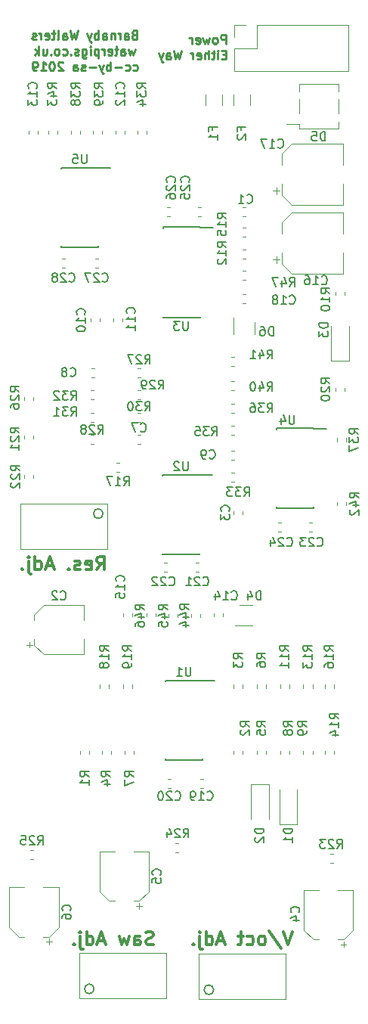
<source format=gbo>
G04 #@! TF.GenerationSoftware,KiCad,Pcbnew,(5.0.1-3-g963ef8bb5)*
G04 #@! TF.CreationDate,2020-06-22T21:03:06+02:00*
G04 #@! TF.ProjectId,Schraeg,536368726165672E6B696361645F7063,rev?*
G04 #@! TF.SameCoordinates,Original*
G04 #@! TF.FileFunction,Legend,Bot*
G04 #@! TF.FilePolarity,Positive*
%FSLAX46Y46*%
G04 Gerber Fmt 4.6, Leading zero omitted, Abs format (unit mm)*
G04 Created by KiCad (PCBNEW (5.0.1-3-g963ef8bb5)) date Monday, 22 June 2020 at 21:03:06*
%MOMM*%
%LPD*%
G01*
G04 APERTURE LIST*
%ADD10C,0.200000*%
%ADD11C,0.250000*%
%ADD12C,0.300000*%
%ADD13C,0.150000*%
%ADD14C,0.120000*%
G04 APERTURE END LIST*
D10*
X68238516Y-118100000D02*
G75*
G03X68238516Y-118100000I-538516J0D01*
G01*
X54838516Y-118000000D02*
G75*
G03X54838516Y-118000000I-538516J0D01*
G01*
X55838516Y-64800000D02*
G75*
G03X55838516Y-64800000I-538516J0D01*
G01*
D11*
X59323809Y-11178571D02*
X59180952Y-11226190D01*
X59133333Y-11273809D01*
X59085714Y-11369047D01*
X59085714Y-11511904D01*
X59133333Y-11607142D01*
X59180952Y-11654761D01*
X59276190Y-11702380D01*
X59657142Y-11702380D01*
X59657142Y-10702380D01*
X59323809Y-10702380D01*
X59228571Y-10750000D01*
X59180952Y-10797619D01*
X59133333Y-10892857D01*
X59133333Y-10988095D01*
X59180952Y-11083333D01*
X59228571Y-11130952D01*
X59323809Y-11178571D01*
X59657142Y-11178571D01*
X58228571Y-11702380D02*
X58228571Y-11178571D01*
X58276190Y-11083333D01*
X58371428Y-11035714D01*
X58561904Y-11035714D01*
X58657142Y-11083333D01*
X58228571Y-11654761D02*
X58323809Y-11702380D01*
X58561904Y-11702380D01*
X58657142Y-11654761D01*
X58704761Y-11559523D01*
X58704761Y-11464285D01*
X58657142Y-11369047D01*
X58561904Y-11321428D01*
X58323809Y-11321428D01*
X58228571Y-11273809D01*
X57752380Y-11702380D02*
X57752380Y-11035714D01*
X57752380Y-11226190D02*
X57704761Y-11130952D01*
X57657142Y-11083333D01*
X57561904Y-11035714D01*
X57466666Y-11035714D01*
X57133333Y-11035714D02*
X57133333Y-11702380D01*
X57133333Y-11130952D02*
X57085714Y-11083333D01*
X56990476Y-11035714D01*
X56847619Y-11035714D01*
X56752380Y-11083333D01*
X56704761Y-11178571D01*
X56704761Y-11702380D01*
X55800000Y-11702380D02*
X55800000Y-11178571D01*
X55847619Y-11083333D01*
X55942857Y-11035714D01*
X56133333Y-11035714D01*
X56228571Y-11083333D01*
X55800000Y-11654761D02*
X55895238Y-11702380D01*
X56133333Y-11702380D01*
X56228571Y-11654761D01*
X56276190Y-11559523D01*
X56276190Y-11464285D01*
X56228571Y-11369047D01*
X56133333Y-11321428D01*
X55895238Y-11321428D01*
X55800000Y-11273809D01*
X55323809Y-11702380D02*
X55323809Y-10702380D01*
X55323809Y-11083333D02*
X55228571Y-11035714D01*
X55038095Y-11035714D01*
X54942857Y-11083333D01*
X54895238Y-11130952D01*
X54847619Y-11226190D01*
X54847619Y-11511904D01*
X54895238Y-11607142D01*
X54942857Y-11654761D01*
X55038095Y-11702380D01*
X55228571Y-11702380D01*
X55323809Y-11654761D01*
X54514285Y-11035714D02*
X54276190Y-11702380D01*
X54038095Y-11035714D02*
X54276190Y-11702380D01*
X54371428Y-11940476D01*
X54419047Y-11988095D01*
X54514285Y-12035714D01*
X52990476Y-10702380D02*
X52752380Y-11702380D01*
X52561904Y-10988095D01*
X52371428Y-11702380D01*
X52133333Y-10702380D01*
X51323809Y-11702380D02*
X51323809Y-11178571D01*
X51371428Y-11083333D01*
X51466666Y-11035714D01*
X51657142Y-11035714D01*
X51752380Y-11083333D01*
X51323809Y-11654761D02*
X51419047Y-11702380D01*
X51657142Y-11702380D01*
X51752380Y-11654761D01*
X51800000Y-11559523D01*
X51800000Y-11464285D01*
X51752380Y-11369047D01*
X51657142Y-11321428D01*
X51419047Y-11321428D01*
X51323809Y-11273809D01*
X50704761Y-11702380D02*
X50800000Y-11654761D01*
X50847619Y-11559523D01*
X50847619Y-10702380D01*
X50466666Y-11035714D02*
X50085714Y-11035714D01*
X50323809Y-10702380D02*
X50323809Y-11559523D01*
X50276190Y-11654761D01*
X50180952Y-11702380D01*
X50085714Y-11702380D01*
X49371428Y-11654761D02*
X49466666Y-11702380D01*
X49657142Y-11702380D01*
X49752380Y-11654761D01*
X49800000Y-11559523D01*
X49800000Y-11178571D01*
X49752380Y-11083333D01*
X49657142Y-11035714D01*
X49466666Y-11035714D01*
X49371428Y-11083333D01*
X49323809Y-11178571D01*
X49323809Y-11273809D01*
X49800000Y-11369047D01*
X48895238Y-11702380D02*
X48895238Y-11035714D01*
X48895238Y-11226190D02*
X48847619Y-11130952D01*
X48800000Y-11083333D01*
X48704761Y-11035714D01*
X48609523Y-11035714D01*
X48323809Y-11654761D02*
X48228571Y-11702380D01*
X48038095Y-11702380D01*
X47942857Y-11654761D01*
X47895238Y-11559523D01*
X47895238Y-11511904D01*
X47942857Y-11416666D01*
X48038095Y-11369047D01*
X48180952Y-11369047D01*
X48276190Y-11321428D01*
X48323809Y-11226190D01*
X48323809Y-11178571D01*
X48276190Y-11083333D01*
X48180952Y-11035714D01*
X48038095Y-11035714D01*
X47942857Y-11083333D01*
X59419047Y-12785714D02*
X59228571Y-13452380D01*
X59038095Y-12976190D01*
X58847619Y-13452380D01*
X58657142Y-12785714D01*
X57847619Y-13452380D02*
X57847619Y-12928571D01*
X57895238Y-12833333D01*
X57990476Y-12785714D01*
X58180952Y-12785714D01*
X58276190Y-12833333D01*
X57847619Y-13404761D02*
X57942857Y-13452380D01*
X58180952Y-13452380D01*
X58276190Y-13404761D01*
X58323809Y-13309523D01*
X58323809Y-13214285D01*
X58276190Y-13119047D01*
X58180952Y-13071428D01*
X57942857Y-13071428D01*
X57847619Y-13023809D01*
X57514285Y-12785714D02*
X57133333Y-12785714D01*
X57371428Y-12452380D02*
X57371428Y-13309523D01*
X57323809Y-13404761D01*
X57228571Y-13452380D01*
X57133333Y-13452380D01*
X56419047Y-13404761D02*
X56514285Y-13452380D01*
X56704761Y-13452380D01*
X56800000Y-13404761D01*
X56847619Y-13309523D01*
X56847619Y-12928571D01*
X56800000Y-12833333D01*
X56704761Y-12785714D01*
X56514285Y-12785714D01*
X56419047Y-12833333D01*
X56371428Y-12928571D01*
X56371428Y-13023809D01*
X56847619Y-13119047D01*
X55942857Y-13452380D02*
X55942857Y-12785714D01*
X55942857Y-12976190D02*
X55895238Y-12880952D01*
X55847619Y-12833333D01*
X55752380Y-12785714D01*
X55657142Y-12785714D01*
X55323809Y-12785714D02*
X55323809Y-13785714D01*
X55323809Y-12833333D02*
X55228571Y-12785714D01*
X55038095Y-12785714D01*
X54942857Y-12833333D01*
X54895238Y-12880952D01*
X54847619Y-12976190D01*
X54847619Y-13261904D01*
X54895238Y-13357142D01*
X54942857Y-13404761D01*
X55038095Y-13452380D01*
X55228571Y-13452380D01*
X55323809Y-13404761D01*
X54419047Y-13452380D02*
X54419047Y-12785714D01*
X54419047Y-12452380D02*
X54466666Y-12500000D01*
X54419047Y-12547619D01*
X54371428Y-12500000D01*
X54419047Y-12452380D01*
X54419047Y-12547619D01*
X53514285Y-12785714D02*
X53514285Y-13595238D01*
X53561904Y-13690476D01*
X53609523Y-13738095D01*
X53704761Y-13785714D01*
X53847619Y-13785714D01*
X53942857Y-13738095D01*
X53514285Y-13404761D02*
X53609523Y-13452380D01*
X53800000Y-13452380D01*
X53895238Y-13404761D01*
X53942857Y-13357142D01*
X53990476Y-13261904D01*
X53990476Y-12976190D01*
X53942857Y-12880952D01*
X53895238Y-12833333D01*
X53800000Y-12785714D01*
X53609523Y-12785714D01*
X53514285Y-12833333D01*
X53085714Y-13404761D02*
X52990476Y-13452380D01*
X52800000Y-13452380D01*
X52704761Y-13404761D01*
X52657142Y-13309523D01*
X52657142Y-13261904D01*
X52704761Y-13166666D01*
X52800000Y-13119047D01*
X52942857Y-13119047D01*
X53038095Y-13071428D01*
X53085714Y-12976190D01*
X53085714Y-12928571D01*
X53038095Y-12833333D01*
X52942857Y-12785714D01*
X52800000Y-12785714D01*
X52704761Y-12833333D01*
X52228571Y-13357142D02*
X52180952Y-13404761D01*
X52228571Y-13452380D01*
X52276190Y-13404761D01*
X52228571Y-13357142D01*
X52228571Y-13452380D01*
X51323809Y-13404761D02*
X51419047Y-13452380D01*
X51609523Y-13452380D01*
X51704761Y-13404761D01*
X51752380Y-13357142D01*
X51800000Y-13261904D01*
X51800000Y-12976190D01*
X51752380Y-12880952D01*
X51704761Y-12833333D01*
X51609523Y-12785714D01*
X51419047Y-12785714D01*
X51323809Y-12833333D01*
X50752380Y-13452380D02*
X50847619Y-13404761D01*
X50895238Y-13357142D01*
X50942857Y-13261904D01*
X50942857Y-12976190D01*
X50895238Y-12880952D01*
X50847619Y-12833333D01*
X50752380Y-12785714D01*
X50609523Y-12785714D01*
X50514285Y-12833333D01*
X50466666Y-12880952D01*
X50419047Y-12976190D01*
X50419047Y-13261904D01*
X50466666Y-13357142D01*
X50514285Y-13404761D01*
X50609523Y-13452380D01*
X50752380Y-13452380D01*
X49990476Y-13357142D02*
X49942857Y-13404761D01*
X49990476Y-13452380D01*
X50038095Y-13404761D01*
X49990476Y-13357142D01*
X49990476Y-13452380D01*
X49085714Y-12785714D02*
X49085714Y-13452380D01*
X49514285Y-12785714D02*
X49514285Y-13309523D01*
X49466666Y-13404761D01*
X49371428Y-13452380D01*
X49228571Y-13452380D01*
X49133333Y-13404761D01*
X49085714Y-13357142D01*
X48609523Y-13452380D02*
X48609523Y-12452380D01*
X48514285Y-13071428D02*
X48228571Y-13452380D01*
X48228571Y-12785714D02*
X48609523Y-13166666D01*
X59204761Y-15154761D02*
X59300000Y-15202380D01*
X59490476Y-15202380D01*
X59585714Y-15154761D01*
X59633333Y-15107142D01*
X59680952Y-15011904D01*
X59680952Y-14726190D01*
X59633333Y-14630952D01*
X59585714Y-14583333D01*
X59490476Y-14535714D01*
X59300000Y-14535714D01*
X59204761Y-14583333D01*
X58347619Y-15154761D02*
X58442857Y-15202380D01*
X58633333Y-15202380D01*
X58728571Y-15154761D01*
X58776190Y-15107142D01*
X58823809Y-15011904D01*
X58823809Y-14726190D01*
X58776190Y-14630952D01*
X58728571Y-14583333D01*
X58633333Y-14535714D01*
X58442857Y-14535714D01*
X58347619Y-14583333D01*
X57919047Y-14821428D02*
X57157142Y-14821428D01*
X56680952Y-15202380D02*
X56680952Y-14202380D01*
X56680952Y-14583333D02*
X56585714Y-14535714D01*
X56395238Y-14535714D01*
X56300000Y-14583333D01*
X56252380Y-14630952D01*
X56204761Y-14726190D01*
X56204761Y-15011904D01*
X56252380Y-15107142D01*
X56300000Y-15154761D01*
X56395238Y-15202380D01*
X56585714Y-15202380D01*
X56680952Y-15154761D01*
X55871428Y-14535714D02*
X55633333Y-15202380D01*
X55395238Y-14535714D02*
X55633333Y-15202380D01*
X55728571Y-15440476D01*
X55776190Y-15488095D01*
X55871428Y-15535714D01*
X55014285Y-14821428D02*
X54252380Y-14821428D01*
X53823809Y-15154761D02*
X53728571Y-15202380D01*
X53538095Y-15202380D01*
X53442857Y-15154761D01*
X53395238Y-15059523D01*
X53395238Y-15011904D01*
X53442857Y-14916666D01*
X53538095Y-14869047D01*
X53680952Y-14869047D01*
X53776190Y-14821428D01*
X53823809Y-14726190D01*
X53823809Y-14678571D01*
X53776190Y-14583333D01*
X53680952Y-14535714D01*
X53538095Y-14535714D01*
X53442857Y-14583333D01*
X52538095Y-15202380D02*
X52538095Y-14678571D01*
X52585714Y-14583333D01*
X52680952Y-14535714D01*
X52871428Y-14535714D01*
X52966666Y-14583333D01*
X52538095Y-15154761D02*
X52633333Y-15202380D01*
X52871428Y-15202380D01*
X52966666Y-15154761D01*
X53014285Y-15059523D01*
X53014285Y-14964285D01*
X52966666Y-14869047D01*
X52871428Y-14821428D01*
X52633333Y-14821428D01*
X52538095Y-14773809D01*
X51347619Y-14297619D02*
X51300000Y-14250000D01*
X51204761Y-14202380D01*
X50966666Y-14202380D01*
X50871428Y-14250000D01*
X50823809Y-14297619D01*
X50776190Y-14392857D01*
X50776190Y-14488095D01*
X50823809Y-14630952D01*
X51395238Y-15202380D01*
X50776190Y-15202380D01*
X50157142Y-14202380D02*
X50061904Y-14202380D01*
X49966666Y-14250000D01*
X49919047Y-14297619D01*
X49871428Y-14392857D01*
X49823809Y-14583333D01*
X49823809Y-14821428D01*
X49871428Y-15011904D01*
X49919047Y-15107142D01*
X49966666Y-15154761D01*
X50061904Y-15202380D01*
X50157142Y-15202380D01*
X50252380Y-15154761D01*
X50300000Y-15107142D01*
X50347619Y-15011904D01*
X50395238Y-14821428D01*
X50395238Y-14583333D01*
X50347619Y-14392857D01*
X50300000Y-14297619D01*
X50252380Y-14250000D01*
X50157142Y-14202380D01*
X48871428Y-15202380D02*
X49442857Y-15202380D01*
X49157142Y-15202380D02*
X49157142Y-14202380D01*
X49252380Y-14345238D01*
X49347619Y-14440476D01*
X49442857Y-14488095D01*
X48395238Y-15202380D02*
X48204761Y-15202380D01*
X48109523Y-15154761D01*
X48061904Y-15107142D01*
X47966666Y-14964285D01*
X47919047Y-14773809D01*
X47919047Y-14392857D01*
X47966666Y-14297619D01*
X48014285Y-14250000D01*
X48109523Y-14202380D01*
X48300000Y-14202380D01*
X48395238Y-14250000D01*
X48442857Y-14297619D01*
X48490476Y-14392857D01*
X48490476Y-14630952D01*
X48442857Y-14726190D01*
X48395238Y-14773809D01*
X48300000Y-14821428D01*
X48109523Y-14821428D01*
X48014285Y-14773809D01*
X47966666Y-14726190D01*
X47919047Y-14630952D01*
X69599404Y-12177380D02*
X69599404Y-11177380D01*
X69218452Y-11177380D01*
X69123214Y-11225000D01*
X69075595Y-11272619D01*
X69027976Y-11367857D01*
X69027976Y-11510714D01*
X69075595Y-11605952D01*
X69123214Y-11653571D01*
X69218452Y-11701190D01*
X69599404Y-11701190D01*
X68456547Y-12177380D02*
X68551785Y-12129761D01*
X68599404Y-12082142D01*
X68647023Y-11986904D01*
X68647023Y-11701190D01*
X68599404Y-11605952D01*
X68551785Y-11558333D01*
X68456547Y-11510714D01*
X68313690Y-11510714D01*
X68218452Y-11558333D01*
X68170833Y-11605952D01*
X68123214Y-11701190D01*
X68123214Y-11986904D01*
X68170833Y-12082142D01*
X68218452Y-12129761D01*
X68313690Y-12177380D01*
X68456547Y-12177380D01*
X67789880Y-11510714D02*
X67599404Y-12177380D01*
X67408928Y-11701190D01*
X67218452Y-12177380D01*
X67027976Y-11510714D01*
X66266071Y-12129761D02*
X66361309Y-12177380D01*
X66551785Y-12177380D01*
X66647023Y-12129761D01*
X66694642Y-12034523D01*
X66694642Y-11653571D01*
X66647023Y-11558333D01*
X66551785Y-11510714D01*
X66361309Y-11510714D01*
X66266071Y-11558333D01*
X66218452Y-11653571D01*
X66218452Y-11748809D01*
X66694642Y-11844047D01*
X65789880Y-12177380D02*
X65789880Y-11510714D01*
X65789880Y-11701190D02*
X65742261Y-11605952D01*
X65694642Y-11558333D01*
X65599404Y-11510714D01*
X65504166Y-11510714D01*
X69599404Y-13403571D02*
X69266071Y-13403571D01*
X69123214Y-13927380D02*
X69599404Y-13927380D01*
X69599404Y-12927380D01*
X69123214Y-12927380D01*
X68694642Y-13927380D02*
X68694642Y-13260714D01*
X68694642Y-12927380D02*
X68742261Y-12975000D01*
X68694642Y-13022619D01*
X68647023Y-12975000D01*
X68694642Y-12927380D01*
X68694642Y-13022619D01*
X68361309Y-13260714D02*
X67980357Y-13260714D01*
X68218452Y-12927380D02*
X68218452Y-13784523D01*
X68170833Y-13879761D01*
X68075595Y-13927380D01*
X67980357Y-13927380D01*
X67647023Y-13927380D02*
X67647023Y-12927380D01*
X67218452Y-13927380D02*
X67218452Y-13403571D01*
X67266071Y-13308333D01*
X67361309Y-13260714D01*
X67504166Y-13260714D01*
X67599404Y-13308333D01*
X67647023Y-13355952D01*
X66361309Y-13879761D02*
X66456547Y-13927380D01*
X66647023Y-13927380D01*
X66742261Y-13879761D01*
X66789880Y-13784523D01*
X66789880Y-13403571D01*
X66742261Y-13308333D01*
X66647023Y-13260714D01*
X66456547Y-13260714D01*
X66361309Y-13308333D01*
X66313690Y-13403571D01*
X66313690Y-13498809D01*
X66789880Y-13594047D01*
X65885119Y-13927380D02*
X65885119Y-13260714D01*
X65885119Y-13451190D02*
X65837500Y-13355952D01*
X65789880Y-13308333D01*
X65694642Y-13260714D01*
X65599404Y-13260714D01*
X64599404Y-12927380D02*
X64361309Y-13927380D01*
X64170833Y-13213095D01*
X63980357Y-13927380D01*
X63742261Y-12927380D01*
X62932738Y-13927380D02*
X62932738Y-13403571D01*
X62980357Y-13308333D01*
X63075595Y-13260714D01*
X63266071Y-13260714D01*
X63361309Y-13308333D01*
X62932738Y-13879761D02*
X63027976Y-13927380D01*
X63266071Y-13927380D01*
X63361309Y-13879761D01*
X63408928Y-13784523D01*
X63408928Y-13689285D01*
X63361309Y-13594047D01*
X63266071Y-13546428D01*
X63027976Y-13546428D01*
X62932738Y-13498809D01*
X62551785Y-13260714D02*
X62313690Y-13927380D01*
X62075595Y-13260714D02*
X62313690Y-13927380D01*
X62408928Y-14165476D01*
X62456547Y-14213095D01*
X62551785Y-14260714D01*
D12*
X55150000Y-71078571D02*
X55650000Y-70364285D01*
X56007142Y-71078571D02*
X56007142Y-69578571D01*
X55435714Y-69578571D01*
X55292857Y-69650000D01*
X55221428Y-69721428D01*
X55150000Y-69864285D01*
X55150000Y-70078571D01*
X55221428Y-70221428D01*
X55292857Y-70292857D01*
X55435714Y-70364285D01*
X56007142Y-70364285D01*
X53935714Y-71007142D02*
X54078571Y-71078571D01*
X54364285Y-71078571D01*
X54507142Y-71007142D01*
X54578571Y-70864285D01*
X54578571Y-70292857D01*
X54507142Y-70150000D01*
X54364285Y-70078571D01*
X54078571Y-70078571D01*
X53935714Y-70150000D01*
X53864285Y-70292857D01*
X53864285Y-70435714D01*
X54578571Y-70578571D01*
X53292857Y-71007142D02*
X53150000Y-71078571D01*
X52864285Y-71078571D01*
X52721428Y-71007142D01*
X52650000Y-70864285D01*
X52650000Y-70792857D01*
X52721428Y-70650000D01*
X52864285Y-70578571D01*
X53078571Y-70578571D01*
X53221428Y-70507142D01*
X53292857Y-70364285D01*
X53292857Y-70292857D01*
X53221428Y-70150000D01*
X53078571Y-70078571D01*
X52864285Y-70078571D01*
X52721428Y-70150000D01*
X52007142Y-70935714D02*
X51935714Y-71007142D01*
X52007142Y-71078571D01*
X52078571Y-71007142D01*
X52007142Y-70935714D01*
X52007142Y-71078571D01*
X50221428Y-70650000D02*
X49507142Y-70650000D01*
X50364285Y-71078571D02*
X49864285Y-69578571D01*
X49364285Y-71078571D01*
X48221428Y-71078571D02*
X48221428Y-69578571D01*
X48221428Y-71007142D02*
X48364285Y-71078571D01*
X48650000Y-71078571D01*
X48792857Y-71007142D01*
X48864285Y-70935714D01*
X48935714Y-70792857D01*
X48935714Y-70364285D01*
X48864285Y-70221428D01*
X48792857Y-70150000D01*
X48650000Y-70078571D01*
X48364285Y-70078571D01*
X48221428Y-70150000D01*
X47507142Y-70078571D02*
X47507142Y-71364285D01*
X47578571Y-71507142D01*
X47721428Y-71578571D01*
X47792857Y-71578571D01*
X47507142Y-69578571D02*
X47578571Y-69650000D01*
X47507142Y-69721428D01*
X47435714Y-69650000D01*
X47507142Y-69578571D01*
X47507142Y-69721428D01*
X46792857Y-70935714D02*
X46721428Y-71007142D01*
X46792857Y-71078571D01*
X46864285Y-71007142D01*
X46792857Y-70935714D01*
X46792857Y-71078571D01*
X61500000Y-113007142D02*
X61285714Y-113078571D01*
X60928571Y-113078571D01*
X60785714Y-113007142D01*
X60714285Y-112935714D01*
X60642857Y-112792857D01*
X60642857Y-112650000D01*
X60714285Y-112507142D01*
X60785714Y-112435714D01*
X60928571Y-112364285D01*
X61214285Y-112292857D01*
X61357142Y-112221428D01*
X61428571Y-112150000D01*
X61500000Y-112007142D01*
X61500000Y-111864285D01*
X61428571Y-111721428D01*
X61357142Y-111650000D01*
X61214285Y-111578571D01*
X60857142Y-111578571D01*
X60642857Y-111650000D01*
X59357142Y-113078571D02*
X59357142Y-112292857D01*
X59428571Y-112150000D01*
X59571428Y-112078571D01*
X59857142Y-112078571D01*
X60000000Y-112150000D01*
X59357142Y-113007142D02*
X59500000Y-113078571D01*
X59857142Y-113078571D01*
X60000000Y-113007142D01*
X60071428Y-112864285D01*
X60071428Y-112721428D01*
X60000000Y-112578571D01*
X59857142Y-112507142D01*
X59500000Y-112507142D01*
X59357142Y-112435714D01*
X58785714Y-112078571D02*
X58500000Y-113078571D01*
X58214285Y-112364285D01*
X57928571Y-113078571D01*
X57642857Y-112078571D01*
X56000000Y-112650000D02*
X55285714Y-112650000D01*
X56142857Y-113078571D02*
X55642857Y-111578571D01*
X55142857Y-113078571D01*
X54000000Y-113078571D02*
X54000000Y-111578571D01*
X54000000Y-113007142D02*
X54142857Y-113078571D01*
X54428571Y-113078571D01*
X54571428Y-113007142D01*
X54642857Y-112935714D01*
X54714285Y-112792857D01*
X54714285Y-112364285D01*
X54642857Y-112221428D01*
X54571428Y-112150000D01*
X54428571Y-112078571D01*
X54142857Y-112078571D01*
X54000000Y-112150000D01*
X53285714Y-112078571D02*
X53285714Y-113364285D01*
X53357142Y-113507142D01*
X53500000Y-113578571D01*
X53571428Y-113578571D01*
X53285714Y-111578571D02*
X53357142Y-111650000D01*
X53285714Y-111721428D01*
X53214285Y-111650000D01*
X53285714Y-111578571D01*
X53285714Y-111721428D01*
X52571428Y-112935714D02*
X52500000Y-113007142D01*
X52571428Y-113078571D01*
X52642857Y-113007142D01*
X52571428Y-112935714D01*
X52571428Y-113078571D01*
X77042857Y-111578571D02*
X76542857Y-113078571D01*
X76042857Y-111578571D01*
X74471428Y-111507142D02*
X75757142Y-113435714D01*
X73757142Y-113078571D02*
X73900000Y-113007142D01*
X73971428Y-112935714D01*
X74042857Y-112792857D01*
X74042857Y-112364285D01*
X73971428Y-112221428D01*
X73900000Y-112150000D01*
X73757142Y-112078571D01*
X73542857Y-112078571D01*
X73400000Y-112150000D01*
X73328571Y-112221428D01*
X73257142Y-112364285D01*
X73257142Y-112792857D01*
X73328571Y-112935714D01*
X73400000Y-113007142D01*
X73542857Y-113078571D01*
X73757142Y-113078571D01*
X71971428Y-113007142D02*
X72114285Y-113078571D01*
X72400000Y-113078571D01*
X72542857Y-113007142D01*
X72614285Y-112935714D01*
X72685714Y-112792857D01*
X72685714Y-112364285D01*
X72614285Y-112221428D01*
X72542857Y-112150000D01*
X72400000Y-112078571D01*
X72114285Y-112078571D01*
X71971428Y-112150000D01*
X71542857Y-112078571D02*
X70971428Y-112078571D01*
X71328571Y-111578571D02*
X71328571Y-112864285D01*
X71257142Y-113007142D01*
X71114285Y-113078571D01*
X70971428Y-113078571D01*
X69400000Y-112650000D02*
X68685714Y-112650000D01*
X69542857Y-113078571D02*
X69042857Y-111578571D01*
X68542857Y-113078571D01*
X67400000Y-113078571D02*
X67400000Y-111578571D01*
X67400000Y-113007142D02*
X67542857Y-113078571D01*
X67828571Y-113078571D01*
X67971428Y-113007142D01*
X68042857Y-112935714D01*
X68114285Y-112792857D01*
X68114285Y-112364285D01*
X68042857Y-112221428D01*
X67971428Y-112150000D01*
X67828571Y-112078571D01*
X67542857Y-112078571D01*
X67400000Y-112150000D01*
X66685714Y-112078571D02*
X66685714Y-113364285D01*
X66757142Y-113507142D01*
X66900000Y-113578571D01*
X66971428Y-113578571D01*
X66685714Y-111578571D02*
X66757142Y-111650000D01*
X66685714Y-111721428D01*
X66614285Y-111650000D01*
X66685714Y-111578571D01*
X66685714Y-111721428D01*
X65971428Y-112935714D02*
X65900000Y-113007142D01*
X65971428Y-113078571D01*
X66042857Y-113007142D01*
X65971428Y-112935714D01*
X65971428Y-113078571D01*
D13*
G04 #@! TO.C,U3*
X66775000Y-32725000D02*
X66775000Y-32750000D01*
X62625000Y-32725000D02*
X62625000Y-32830000D01*
X62625000Y-42875000D02*
X62625000Y-42770000D01*
X66775000Y-42875000D02*
X66775000Y-42770000D01*
X66775000Y-32725000D02*
X62625000Y-32725000D01*
X66775000Y-42875000D02*
X62625000Y-42875000D01*
X66775000Y-32750000D02*
X68150000Y-32750000D01*
D14*
G04 #@! TO.C,C1*
X71453733Y-31510000D02*
X71796267Y-31510000D01*
X71453733Y-30490000D02*
X71796267Y-30490000D01*
G04 #@! TO.C,C2*
X53660000Y-75040000D02*
X53660000Y-76740000D01*
X53660000Y-80560000D02*
X53660000Y-78860000D01*
X49204437Y-80560000D02*
X53660000Y-80560000D01*
X49204437Y-75040000D02*
X53660000Y-75040000D01*
X48140000Y-76104437D02*
X48140000Y-76740000D01*
X48140000Y-79495563D02*
X48140000Y-78860000D01*
X48140000Y-79495563D02*
X49204437Y-80560000D01*
X48140000Y-76104437D02*
X49204437Y-75040000D01*
X47275000Y-79485000D02*
X47900000Y-79485000D01*
X47587500Y-79797500D02*
X47587500Y-79172500D01*
G04 #@! TO.C,C3*
X71510000Y-64503733D02*
X71510000Y-64846267D01*
X70490000Y-64503733D02*
X70490000Y-64846267D01*
G04 #@! TO.C,C4*
X83097500Y-113012500D02*
X82472500Y-113012500D01*
X82785000Y-113325000D02*
X82785000Y-112700000D01*
X79404437Y-112460000D02*
X78340000Y-111395563D01*
X82795563Y-112460000D02*
X83860000Y-111395563D01*
X82795563Y-112460000D02*
X82160000Y-112460000D01*
X79404437Y-112460000D02*
X80040000Y-112460000D01*
X78340000Y-111395563D02*
X78340000Y-106940000D01*
X83860000Y-111395563D02*
X83860000Y-106940000D01*
X83860000Y-106940000D02*
X82160000Y-106940000D01*
X78340000Y-106940000D02*
X80040000Y-106940000D01*
G04 #@! TO.C,C5*
X55440000Y-102640000D02*
X57140000Y-102640000D01*
X60960000Y-102640000D02*
X59260000Y-102640000D01*
X60960000Y-107095563D02*
X60960000Y-102640000D01*
X55440000Y-107095563D02*
X55440000Y-102640000D01*
X56504437Y-108160000D02*
X57140000Y-108160000D01*
X59895563Y-108160000D02*
X59260000Y-108160000D01*
X59895563Y-108160000D02*
X60960000Y-107095563D01*
X56504437Y-108160000D02*
X55440000Y-107095563D01*
X59885000Y-109025000D02*
X59885000Y-108400000D01*
X60197500Y-108712500D02*
X59572500Y-108712500D01*
G04 #@! TO.C,C6*
X50097500Y-112712500D02*
X49472500Y-112712500D01*
X49785000Y-113025000D02*
X49785000Y-112400000D01*
X46404437Y-112160000D02*
X45340000Y-111095563D01*
X49795563Y-112160000D02*
X50860000Y-111095563D01*
X49795563Y-112160000D02*
X49160000Y-112160000D01*
X46404437Y-112160000D02*
X47040000Y-112160000D01*
X45340000Y-111095563D02*
X45340000Y-106640000D01*
X50860000Y-111095563D02*
X50860000Y-106640000D01*
X50860000Y-106640000D02*
X49160000Y-106640000D01*
X45340000Y-106640000D02*
X47040000Y-106640000D01*
G04 #@! TO.C,C7*
X60046267Y-57010000D02*
X59703733Y-57010000D01*
X60046267Y-55990000D02*
X59703733Y-55990000D01*
G04 #@! TO.C,C8*
X54869077Y-48490000D02*
X54526543Y-48490000D01*
X54869077Y-49510000D02*
X54526543Y-49510000D01*
G04 #@! TO.C,C9*
X70203733Y-58760000D02*
X70546267Y-58760000D01*
X70203733Y-57740000D02*
X70546267Y-57740000D01*
G04 #@! TO.C,C10*
X55510000Y-43296267D02*
X55510000Y-42953733D01*
X54490000Y-43296267D02*
X54490000Y-42953733D01*
G04 #@! TO.C,C11*
X56990000Y-43296267D02*
X56990000Y-42953733D01*
X58010000Y-43296267D02*
X58010000Y-42953733D01*
G04 #@! TO.C,C12*
X58260000Y-21953733D02*
X58260000Y-22296267D01*
X57240000Y-21953733D02*
X57240000Y-22296267D01*
G04 #@! TO.C,C13*
X47490000Y-21953733D02*
X47490000Y-22296267D01*
X48510000Y-21953733D02*
X48510000Y-22296267D01*
G04 #@! TO.C,C14*
X68290000Y-75953733D02*
X68290000Y-76296267D01*
X69310000Y-75953733D02*
X69310000Y-76296267D01*
G04 #@! TO.C,C15*
X58090000Y-76296267D02*
X58090000Y-75953733D01*
X59110000Y-76296267D02*
X59110000Y-75953733D01*
G04 #@! TO.C,C16*
X82710000Y-31090000D02*
X82710000Y-33440000D01*
X82710000Y-37910000D02*
X82710000Y-35560000D01*
X76954437Y-37910000D02*
X82710000Y-37910000D01*
X76954437Y-31090000D02*
X82710000Y-31090000D01*
X75890000Y-32154437D02*
X75890000Y-33440000D01*
X75890000Y-36845563D02*
X75890000Y-35560000D01*
X75890000Y-36845563D02*
X76954437Y-37910000D01*
X75890000Y-32154437D02*
X76954437Y-31090000D01*
X74862500Y-36347500D02*
X75650000Y-36347500D01*
X75256250Y-36741250D02*
X75256250Y-35953750D01*
G04 #@! TO.C,C17*
X75256250Y-29041250D02*
X75256250Y-28253750D01*
X74862500Y-28647500D02*
X75650000Y-28647500D01*
X75890000Y-24454437D02*
X76954437Y-23390000D01*
X75890000Y-29145563D02*
X76954437Y-30210000D01*
X75890000Y-29145563D02*
X75890000Y-27860000D01*
X75890000Y-24454437D02*
X75890000Y-25740000D01*
X76954437Y-23390000D02*
X82710000Y-23390000D01*
X76954437Y-30210000D02*
X82710000Y-30210000D01*
X82710000Y-30210000D02*
X82710000Y-27860000D01*
X82710000Y-23390000D02*
X82710000Y-25740000D01*
G04 #@! TO.C,C18*
X71453733Y-41260000D02*
X71796267Y-41260000D01*
X71453733Y-40240000D02*
X71796267Y-40240000D01*
G04 #@! TO.C,C19*
X66703733Y-94490000D02*
X67046267Y-94490000D01*
X66703733Y-95510000D02*
X67046267Y-95510000D01*
G04 #@! TO.C,C20*
X63103733Y-95510000D02*
X63446267Y-95510000D01*
X63103733Y-94490000D02*
X63446267Y-94490000D01*
G04 #@! TO.C,C21*
X66203733Y-71310000D02*
X66546267Y-71310000D01*
X66203733Y-70290000D02*
X66546267Y-70290000D01*
G04 #@! TO.C,C22*
X62703733Y-70290000D02*
X63046267Y-70290000D01*
X62703733Y-71310000D02*
X63046267Y-71310000D01*
G04 #@! TO.C,C23*
X78903733Y-65790000D02*
X79246267Y-65790000D01*
X78903733Y-66810000D02*
X79246267Y-66810000D01*
G04 #@! TO.C,C24*
X75453733Y-66810000D02*
X75796267Y-66810000D01*
X75453733Y-65790000D02*
X75796267Y-65790000D01*
G04 #@! TO.C,C25*
X66503733Y-30490000D02*
X66846267Y-30490000D01*
X66503733Y-31510000D02*
X66846267Y-31510000D01*
G04 #@! TO.C,C26*
X63028733Y-31510000D02*
X63371267Y-31510000D01*
X63028733Y-30490000D02*
X63371267Y-30490000D01*
G04 #@! TO.C,C27*
X54953733Y-36240000D02*
X55296267Y-36240000D01*
X54953733Y-37260000D02*
X55296267Y-37260000D01*
G04 #@! TO.C,C28*
X51203733Y-36240000D02*
X51546267Y-36240000D01*
X51203733Y-37260000D02*
X51546267Y-37260000D01*
G04 #@! TO.C,D1*
X77600000Y-99600000D02*
X75600000Y-99600000D01*
X75600000Y-99600000D02*
X75600000Y-95700000D01*
X77600000Y-99600000D02*
X77600000Y-95700000D01*
G04 #@! TO.C,D2*
X72400000Y-95100000D02*
X72400000Y-99000000D01*
X74400000Y-95100000D02*
X74400000Y-99000000D01*
X72400000Y-95100000D02*
X74400000Y-95100000D01*
G04 #@! TO.C,D3*
X83383365Y-47674999D02*
X81383365Y-47674999D01*
X81383365Y-47674999D02*
X81383365Y-43774999D01*
X83383365Y-47674999D02*
X83383365Y-43774999D01*
G04 #@! TO.C,D4*
X72550000Y-77310000D02*
X70650000Y-77310000D01*
X71150000Y-74990000D02*
X72550000Y-74990000D01*
G04 #@! TO.C,D5*
X77800000Y-21700000D02*
X77800000Y-21200000D01*
X77800000Y-21200000D02*
X76400000Y-21200000D01*
X82200000Y-20000000D02*
X82200000Y-18400000D01*
X77800000Y-20000000D02*
X77800000Y-18400000D01*
X82200000Y-20900000D02*
X82200000Y-21700000D01*
X82200000Y-21700000D02*
X77800000Y-21700000D01*
X82200000Y-17500000D02*
X82200000Y-16700000D01*
X82200000Y-16700000D02*
X77800000Y-16700000D01*
X77800000Y-16700000D02*
X77800000Y-17500000D01*
G04 #@! TO.C,D6*
X72810000Y-43350000D02*
X72810000Y-44750000D01*
X70490000Y-44750000D02*
X70490000Y-42850000D01*
G04 #@! TO.C,F1*
X67340000Y-19089564D02*
X67340000Y-17885436D01*
X69160000Y-19089564D02*
X69160000Y-17885436D01*
G04 #@! TO.C,F2*
X72310000Y-19089564D02*
X72310000Y-17885436D01*
X70490000Y-19089564D02*
X70490000Y-17885436D01*
G04 #@! TO.C,PWR_IN1*
X83330000Y-10070000D02*
X83330000Y-15270000D01*
X73110000Y-10070000D02*
X83330000Y-10070000D01*
X70510000Y-15270000D02*
X83330000Y-15270000D01*
X73110000Y-10070000D02*
X73110000Y-12670000D01*
X73110000Y-12670000D02*
X70510000Y-12670000D01*
X70510000Y-12670000D02*
X70510000Y-15270000D01*
X71840000Y-10070000D02*
X70510000Y-10070000D01*
X70510000Y-10070000D02*
X70510000Y-11400000D01*
G04 #@! TO.C,R1*
X54310000Y-91696267D02*
X54310000Y-91353733D01*
X53290000Y-91696267D02*
X53290000Y-91353733D01*
G04 #@! TO.C,R2*
X71510000Y-91696267D02*
X71510000Y-91353733D01*
X70490000Y-91696267D02*
X70490000Y-91353733D01*
G04 #@! TO.C,R3*
X70490000Y-83953733D02*
X70490000Y-84296267D01*
X71510000Y-83953733D02*
X71510000Y-84296267D01*
G04 #@! TO.C,R4*
X55690000Y-91353733D02*
X55690000Y-91696267D01*
X56710000Y-91353733D02*
X56710000Y-91696267D01*
G04 #@! TO.C,R5*
X74110000Y-91353733D02*
X74110000Y-91696267D01*
X73090000Y-91353733D02*
X73090000Y-91696267D01*
G04 #@! TO.C,R6*
X73090000Y-84296267D02*
X73090000Y-83953733D01*
X74110000Y-84296267D02*
X74110000Y-83953733D01*
G04 #@! TO.C,R7*
X58290000Y-91696267D02*
X58290000Y-91353733D01*
X59310000Y-91696267D02*
X59310000Y-91353733D01*
G04 #@! TO.C,R8*
X76710000Y-91696267D02*
X76710000Y-91353733D01*
X75690000Y-91696267D02*
X75690000Y-91353733D01*
G04 #@! TO.C,R9*
X79310000Y-91696267D02*
X79310000Y-91353733D01*
X78290000Y-91696267D02*
X78290000Y-91353733D01*
G04 #@! TO.C,R10*
X82910000Y-40296267D02*
X82910000Y-39953733D01*
X81890000Y-40296267D02*
X81890000Y-39953733D01*
G04 #@! TO.C,R11*
X75690000Y-83953733D02*
X75690000Y-84296267D01*
X76710000Y-83953733D02*
X76710000Y-84296267D01*
G04 #@! TO.C,R12*
X71796267Y-36260000D02*
X71453733Y-36260000D01*
X71796267Y-35240000D02*
X71453733Y-35240000D01*
G04 #@! TO.C,R13*
X79310000Y-84296267D02*
X79310000Y-83953733D01*
X78290000Y-84296267D02*
X78290000Y-83953733D01*
G04 #@! TO.C,R14*
X81710000Y-91696267D02*
X81710000Y-91353733D01*
X80690000Y-91696267D02*
X80690000Y-91353733D01*
G04 #@! TO.C,R15*
X71453733Y-32740000D02*
X71796267Y-32740000D01*
X71453733Y-33760000D02*
X71796267Y-33760000D01*
G04 #@! TO.C,R16*
X81710000Y-83953733D02*
X81710000Y-84296267D01*
X80690000Y-83953733D02*
X80690000Y-84296267D01*
G04 #@! TO.C,R17*
X57696267Y-60110000D02*
X57353733Y-60110000D01*
X57696267Y-59090000D02*
X57353733Y-59090000D01*
G04 #@! TO.C,R18*
X55490000Y-84296267D02*
X55490000Y-83953733D01*
X56510000Y-84296267D02*
X56510000Y-83953733D01*
G04 #@! TO.C,R19*
X59110000Y-83953733D02*
X59110000Y-84296267D01*
X58090000Y-83953733D02*
X58090000Y-84296267D01*
G04 #@! TO.C,R20*
X82910000Y-51046267D02*
X82910000Y-50703733D01*
X81890000Y-51046267D02*
X81890000Y-50703733D01*
G04 #@! TO.C,R21*
X48010000Y-56437258D02*
X48010000Y-56094724D01*
X46990000Y-56437258D02*
X46990000Y-56094724D01*
G04 #@! TO.C,R22*
X48010000Y-60453733D02*
X48010000Y-60796267D01*
X46990000Y-60453733D02*
X46990000Y-60796267D01*
G04 #@! TO.C,R23*
X81303733Y-103910000D02*
X81646267Y-103910000D01*
X81303733Y-102890000D02*
X81646267Y-102890000D01*
G04 #@! TO.C,R24*
X64296267Y-101690000D02*
X63953733Y-101690000D01*
X64296267Y-102710000D02*
X63953733Y-102710000D01*
G04 #@! TO.C,R25*
X48046267Y-102490000D02*
X47703733Y-102490000D01*
X48046267Y-103510000D02*
X47703733Y-103510000D01*
G04 #@! TO.C,R26*
X46990000Y-52046267D02*
X46990000Y-51703733D01*
X48010000Y-52046267D02*
X48010000Y-51703733D01*
G04 #@! TO.C,R27*
X60046267Y-49510000D02*
X59703733Y-49510000D01*
X60046267Y-48490000D02*
X59703733Y-48490000D01*
G04 #@! TO.C,R28*
X54796267Y-57010000D02*
X54453733Y-57010000D01*
X54796267Y-55990000D02*
X54453733Y-55990000D01*
G04 #@! TO.C,R29*
X59703733Y-50990000D02*
X60046267Y-50990000D01*
X59703733Y-52010000D02*
X60046267Y-52010000D01*
G04 #@! TO.C,R30*
X60046267Y-53490000D02*
X59703733Y-53490000D01*
X60046267Y-54510000D02*
X59703733Y-54510000D01*
G04 #@! TO.C,R31*
X54453733Y-54510000D02*
X54796267Y-54510000D01*
X54453733Y-53490000D02*
X54796267Y-53490000D01*
G04 #@! TO.C,R32*
X54796267Y-50990000D02*
X54453733Y-50990000D01*
X54796267Y-52010000D02*
X54453733Y-52010000D01*
G04 #@! TO.C,R33*
X70203733Y-61260000D02*
X70546267Y-61260000D01*
X70203733Y-60240000D02*
X70546267Y-60240000D01*
G04 #@! TO.C,R34*
X60760000Y-21953733D02*
X60760000Y-22296267D01*
X59740000Y-21953733D02*
X59740000Y-22296267D01*
G04 #@! TO.C,R35*
X70546267Y-56010000D02*
X70203733Y-56010000D01*
X70546267Y-54990000D02*
X70203733Y-54990000D01*
G04 #@! TO.C,R36*
X70203733Y-52490000D02*
X70546267Y-52490000D01*
X70203733Y-53510000D02*
X70546267Y-53510000D01*
G04 #@! TO.C,R37*
X83110000Y-56696267D02*
X83110000Y-56353733D01*
X82090000Y-56696267D02*
X82090000Y-56353733D01*
G04 #@! TO.C,R38*
X53260000Y-21953733D02*
X53260000Y-22296267D01*
X52240000Y-21953733D02*
X52240000Y-22296267D01*
G04 #@! TO.C,R39*
X55760000Y-21953733D02*
X55760000Y-22296267D01*
X54740000Y-21953733D02*
X54740000Y-22296267D01*
G04 #@! TO.C,R40*
X70546267Y-49990000D02*
X70203733Y-49990000D01*
X70546267Y-51010000D02*
X70203733Y-51010000D01*
G04 #@! TO.C,R41*
X70546267Y-47240000D02*
X70203733Y-47240000D01*
X70546267Y-48260000D02*
X70203733Y-48260000D01*
G04 #@! TO.C,R42*
X82090000Y-63846267D02*
X82090000Y-63503733D01*
X83110000Y-63846267D02*
X83110000Y-63503733D01*
G04 #@! TO.C,R43*
X49740000Y-21953733D02*
X49740000Y-22296267D01*
X50760000Y-21953733D02*
X50760000Y-22296267D01*
G04 #@! TO.C,R44*
X66710000Y-76003733D02*
X66710000Y-76346267D01*
X65690000Y-76003733D02*
X65690000Y-76346267D01*
G04 #@! TO.C,R45*
X64210000Y-76003733D02*
X64210000Y-76346267D01*
X63190000Y-76003733D02*
X63190000Y-76346267D01*
G04 #@! TO.C,R46*
X61710000Y-76296267D02*
X61710000Y-75953733D01*
X60690000Y-76296267D02*
X60690000Y-75953733D01*
G04 #@! TO.C,R47*
X71796267Y-38660000D02*
X71453733Y-38660000D01*
X71796267Y-37640000D02*
X71453733Y-37640000D01*
G04 #@! TO.C,RES_ADJ1*
X46575000Y-68730000D02*
X56345000Y-68730000D01*
X46575000Y-63660000D02*
X56345000Y-63660000D01*
X46575000Y-68730000D02*
X46575000Y-63660000D01*
X56345000Y-68730000D02*
X56345000Y-63660000D01*
G04 #@! TO.C,RV_SAW_OCTAVE1*
X62925000Y-113970000D02*
X53155000Y-113970000D01*
X62925000Y-119040000D02*
X53155000Y-119040000D01*
X62925000Y-113970000D02*
X62925000Y-119040000D01*
X53155000Y-113970000D02*
X53155000Y-119040000D01*
D13*
G04 #@! TO.C,U1*
X66975000Y-83450000D02*
X66975000Y-83475000D01*
X62825000Y-83450000D02*
X62825000Y-83565000D01*
X62825000Y-92350000D02*
X62825000Y-92235000D01*
X66975000Y-92350000D02*
X66975000Y-92235000D01*
X66975000Y-83450000D02*
X62825000Y-83450000D01*
X66975000Y-92350000D02*
X62825000Y-92350000D01*
X66975000Y-83475000D02*
X68350000Y-83475000D01*
G04 #@! TO.C,U2*
X66675000Y-60475000D02*
X68050000Y-60475000D01*
X66675000Y-69350000D02*
X62525000Y-69350000D01*
X66675000Y-60450000D02*
X62525000Y-60450000D01*
X66675000Y-69350000D02*
X66675000Y-69235000D01*
X62525000Y-69350000D02*
X62525000Y-69235000D01*
X62525000Y-60450000D02*
X62525000Y-60565000D01*
X66675000Y-60450000D02*
X66675000Y-60475000D01*
G04 #@! TO.C,U4*
X79475000Y-55275000D02*
X80850000Y-55275000D01*
X79475000Y-64150000D02*
X75325000Y-64150000D01*
X79475000Y-55250000D02*
X75325000Y-55250000D01*
X79475000Y-64150000D02*
X79475000Y-64035000D01*
X75325000Y-64150000D02*
X75325000Y-64035000D01*
X75325000Y-55250000D02*
X75325000Y-55365000D01*
X79475000Y-55250000D02*
X79475000Y-55275000D01*
G04 #@! TO.C,U5*
X55325000Y-26050000D02*
X55325000Y-26075000D01*
X51175000Y-26050000D02*
X51175000Y-26165000D01*
X51175000Y-34950000D02*
X51175000Y-34835000D01*
X55325000Y-34950000D02*
X55325000Y-34835000D01*
X55325000Y-26050000D02*
X51175000Y-26050000D01*
X55325000Y-34950000D02*
X51175000Y-34950000D01*
X55325000Y-26075000D02*
X56700000Y-26075000D01*
D14*
G04 #@! TO.C,V_OCT_SCALE1*
X66555000Y-114070000D02*
X66555000Y-119140000D01*
X76325000Y-114070000D02*
X76325000Y-119140000D01*
X76325000Y-119140000D02*
X66555000Y-119140000D01*
X76325000Y-114070000D02*
X66555000Y-114070000D01*
G04 #@! TD*
G04 #@! TO.C,U3*
D13*
X65361904Y-43252380D02*
X65361904Y-44061904D01*
X65314285Y-44157142D01*
X65266666Y-44204761D01*
X65171428Y-44252380D01*
X64980952Y-44252380D01*
X64885714Y-44204761D01*
X64838095Y-44157142D01*
X64790476Y-44061904D01*
X64790476Y-43252380D01*
X64409523Y-43252380D02*
X63790476Y-43252380D01*
X64123809Y-43633333D01*
X63980952Y-43633333D01*
X63885714Y-43680952D01*
X63838095Y-43728571D01*
X63790476Y-43823809D01*
X63790476Y-44061904D01*
X63838095Y-44157142D01*
X63885714Y-44204761D01*
X63980952Y-44252380D01*
X64266666Y-44252380D01*
X64361904Y-44204761D01*
X64409523Y-44157142D01*
G04 #@! TO.C,C1*
X71966666Y-29957142D02*
X72014285Y-30004761D01*
X72157142Y-30052380D01*
X72252380Y-30052380D01*
X72395238Y-30004761D01*
X72490476Y-29909523D01*
X72538095Y-29814285D01*
X72585714Y-29623809D01*
X72585714Y-29480952D01*
X72538095Y-29290476D01*
X72490476Y-29195238D01*
X72395238Y-29100000D01*
X72252380Y-29052380D01*
X72157142Y-29052380D01*
X72014285Y-29100000D01*
X71966666Y-29147619D01*
X71014285Y-30052380D02*
X71585714Y-30052380D01*
X71300000Y-30052380D02*
X71300000Y-29052380D01*
X71395238Y-29195238D01*
X71490476Y-29290476D01*
X71585714Y-29338095D01*
G04 #@! TO.C,C2*
X51066666Y-74357142D02*
X51114285Y-74404761D01*
X51257142Y-74452380D01*
X51352380Y-74452380D01*
X51495238Y-74404761D01*
X51590476Y-74309523D01*
X51638095Y-74214285D01*
X51685714Y-74023809D01*
X51685714Y-73880952D01*
X51638095Y-73690476D01*
X51590476Y-73595238D01*
X51495238Y-73500000D01*
X51352380Y-73452380D01*
X51257142Y-73452380D01*
X51114285Y-73500000D01*
X51066666Y-73547619D01*
X50685714Y-73547619D02*
X50638095Y-73500000D01*
X50542857Y-73452380D01*
X50304761Y-73452380D01*
X50209523Y-73500000D01*
X50161904Y-73547619D01*
X50114285Y-73642857D01*
X50114285Y-73738095D01*
X50161904Y-73880952D01*
X50733333Y-74452380D01*
X50114285Y-74452380D01*
G04 #@! TO.C,C3*
X69927142Y-64508333D02*
X69974761Y-64460714D01*
X70022380Y-64317857D01*
X70022380Y-64222619D01*
X69974761Y-64079761D01*
X69879523Y-63984523D01*
X69784285Y-63936904D01*
X69593809Y-63889285D01*
X69450952Y-63889285D01*
X69260476Y-63936904D01*
X69165238Y-63984523D01*
X69070000Y-64079761D01*
X69022380Y-64222619D01*
X69022380Y-64317857D01*
X69070000Y-64460714D01*
X69117619Y-64508333D01*
X69022380Y-64841666D02*
X69022380Y-65460714D01*
X69403333Y-65127380D01*
X69403333Y-65270238D01*
X69450952Y-65365476D01*
X69498571Y-65413095D01*
X69593809Y-65460714D01*
X69831904Y-65460714D01*
X69927142Y-65413095D01*
X69974761Y-65365476D01*
X70022380Y-65270238D01*
X70022380Y-64984523D01*
X69974761Y-64889285D01*
X69927142Y-64841666D01*
G04 #@! TO.C,C4*
X77757142Y-109433333D02*
X77804761Y-109385714D01*
X77852380Y-109242857D01*
X77852380Y-109147619D01*
X77804761Y-109004761D01*
X77709523Y-108909523D01*
X77614285Y-108861904D01*
X77423809Y-108814285D01*
X77280952Y-108814285D01*
X77090476Y-108861904D01*
X76995238Y-108909523D01*
X76900000Y-109004761D01*
X76852380Y-109147619D01*
X76852380Y-109242857D01*
X76900000Y-109385714D01*
X76947619Y-109433333D01*
X77185714Y-110290476D02*
X77852380Y-110290476D01*
X76804761Y-110052380D02*
X77519047Y-109814285D01*
X77519047Y-110433333D01*
G04 #@! TO.C,C5*
X62257142Y-105233333D02*
X62304761Y-105185714D01*
X62352380Y-105042857D01*
X62352380Y-104947619D01*
X62304761Y-104804761D01*
X62209523Y-104709523D01*
X62114285Y-104661904D01*
X61923809Y-104614285D01*
X61780952Y-104614285D01*
X61590476Y-104661904D01*
X61495238Y-104709523D01*
X61400000Y-104804761D01*
X61352380Y-104947619D01*
X61352380Y-105042857D01*
X61400000Y-105185714D01*
X61447619Y-105233333D01*
X61352380Y-106138095D02*
X61352380Y-105661904D01*
X61828571Y-105614285D01*
X61780952Y-105661904D01*
X61733333Y-105757142D01*
X61733333Y-105995238D01*
X61780952Y-106090476D01*
X61828571Y-106138095D01*
X61923809Y-106185714D01*
X62161904Y-106185714D01*
X62257142Y-106138095D01*
X62304761Y-106090476D01*
X62352380Y-105995238D01*
X62352380Y-105757142D01*
X62304761Y-105661904D01*
X62257142Y-105614285D01*
G04 #@! TO.C,C6*
X52157142Y-109233333D02*
X52204761Y-109185714D01*
X52252380Y-109042857D01*
X52252380Y-108947619D01*
X52204761Y-108804761D01*
X52109523Y-108709523D01*
X52014285Y-108661904D01*
X51823809Y-108614285D01*
X51680952Y-108614285D01*
X51490476Y-108661904D01*
X51395238Y-108709523D01*
X51300000Y-108804761D01*
X51252380Y-108947619D01*
X51252380Y-109042857D01*
X51300000Y-109185714D01*
X51347619Y-109233333D01*
X51252380Y-110090476D02*
X51252380Y-109900000D01*
X51300000Y-109804761D01*
X51347619Y-109757142D01*
X51490476Y-109661904D01*
X51680952Y-109614285D01*
X52061904Y-109614285D01*
X52157142Y-109661904D01*
X52204761Y-109709523D01*
X52252380Y-109804761D01*
X52252380Y-109995238D01*
X52204761Y-110090476D01*
X52157142Y-110138095D01*
X52061904Y-110185714D01*
X51823809Y-110185714D01*
X51728571Y-110138095D01*
X51680952Y-110090476D01*
X51633333Y-109995238D01*
X51633333Y-109804761D01*
X51680952Y-109709523D01*
X51728571Y-109661904D01*
X51823809Y-109614285D01*
G04 #@! TO.C,C7*
X60041666Y-55557142D02*
X60089285Y-55604761D01*
X60232142Y-55652380D01*
X60327380Y-55652380D01*
X60470238Y-55604761D01*
X60565476Y-55509523D01*
X60613095Y-55414285D01*
X60660714Y-55223809D01*
X60660714Y-55080952D01*
X60613095Y-54890476D01*
X60565476Y-54795238D01*
X60470238Y-54700000D01*
X60327380Y-54652380D01*
X60232142Y-54652380D01*
X60089285Y-54700000D01*
X60041666Y-54747619D01*
X59708333Y-54652380D02*
X59041666Y-54652380D01*
X59470238Y-55652380D01*
G04 #@! TO.C,C8*
X52166666Y-49357142D02*
X52214285Y-49404761D01*
X52357142Y-49452380D01*
X52452380Y-49452380D01*
X52595238Y-49404761D01*
X52690476Y-49309523D01*
X52738095Y-49214285D01*
X52785714Y-49023809D01*
X52785714Y-48880952D01*
X52738095Y-48690476D01*
X52690476Y-48595238D01*
X52595238Y-48500000D01*
X52452380Y-48452380D01*
X52357142Y-48452380D01*
X52214285Y-48500000D01*
X52166666Y-48547619D01*
X51595238Y-48880952D02*
X51690476Y-48833333D01*
X51738095Y-48785714D01*
X51785714Y-48690476D01*
X51785714Y-48642857D01*
X51738095Y-48547619D01*
X51690476Y-48500000D01*
X51595238Y-48452380D01*
X51404761Y-48452380D01*
X51309523Y-48500000D01*
X51261904Y-48547619D01*
X51214285Y-48642857D01*
X51214285Y-48690476D01*
X51261904Y-48785714D01*
X51309523Y-48833333D01*
X51404761Y-48880952D01*
X51595238Y-48880952D01*
X51690476Y-48928571D01*
X51738095Y-48976190D01*
X51785714Y-49071428D01*
X51785714Y-49261904D01*
X51738095Y-49357142D01*
X51690476Y-49404761D01*
X51595238Y-49452380D01*
X51404761Y-49452380D01*
X51309523Y-49404761D01*
X51261904Y-49357142D01*
X51214285Y-49261904D01*
X51214285Y-49071428D01*
X51261904Y-48976190D01*
X51309523Y-48928571D01*
X51404761Y-48880952D01*
G04 #@! TO.C,C9*
X67766666Y-58557142D02*
X67814285Y-58604761D01*
X67957142Y-58652380D01*
X68052380Y-58652380D01*
X68195238Y-58604761D01*
X68290476Y-58509523D01*
X68338095Y-58414285D01*
X68385714Y-58223809D01*
X68385714Y-58080952D01*
X68338095Y-57890476D01*
X68290476Y-57795238D01*
X68195238Y-57700000D01*
X68052380Y-57652380D01*
X67957142Y-57652380D01*
X67814285Y-57700000D01*
X67766666Y-57747619D01*
X67290476Y-58652380D02*
X67100000Y-58652380D01*
X67004761Y-58604761D01*
X66957142Y-58557142D01*
X66861904Y-58414285D01*
X66814285Y-58223809D01*
X66814285Y-57842857D01*
X66861904Y-57747619D01*
X66909523Y-57700000D01*
X67004761Y-57652380D01*
X67195238Y-57652380D01*
X67290476Y-57700000D01*
X67338095Y-57747619D01*
X67385714Y-57842857D01*
X67385714Y-58080952D01*
X67338095Y-58176190D01*
X67290476Y-58223809D01*
X67195238Y-58271428D01*
X67004761Y-58271428D01*
X66909523Y-58223809D01*
X66861904Y-58176190D01*
X66814285Y-58080952D01*
G04 #@! TO.C,C10*
X53757142Y-42482142D02*
X53804761Y-42434523D01*
X53852380Y-42291666D01*
X53852380Y-42196428D01*
X53804761Y-42053571D01*
X53709523Y-41958333D01*
X53614285Y-41910714D01*
X53423809Y-41863095D01*
X53280952Y-41863095D01*
X53090476Y-41910714D01*
X52995238Y-41958333D01*
X52900000Y-42053571D01*
X52852380Y-42196428D01*
X52852380Y-42291666D01*
X52900000Y-42434523D01*
X52947619Y-42482142D01*
X53852380Y-43434523D02*
X53852380Y-42863095D01*
X53852380Y-43148809D02*
X52852380Y-43148809D01*
X52995238Y-43053571D01*
X53090476Y-42958333D01*
X53138095Y-42863095D01*
X52852380Y-44053571D02*
X52852380Y-44148809D01*
X52900000Y-44244047D01*
X52947619Y-44291666D01*
X53042857Y-44339285D01*
X53233333Y-44386904D01*
X53471428Y-44386904D01*
X53661904Y-44339285D01*
X53757142Y-44291666D01*
X53804761Y-44244047D01*
X53852380Y-44148809D01*
X53852380Y-44053571D01*
X53804761Y-43958333D01*
X53757142Y-43910714D01*
X53661904Y-43863095D01*
X53471428Y-43815476D01*
X53233333Y-43815476D01*
X53042857Y-43863095D01*
X52947619Y-43910714D01*
X52900000Y-43958333D01*
X52852380Y-44053571D01*
G04 #@! TO.C,C11*
X59357142Y-42357142D02*
X59404761Y-42309523D01*
X59452380Y-42166666D01*
X59452380Y-42071428D01*
X59404761Y-41928571D01*
X59309523Y-41833333D01*
X59214285Y-41785714D01*
X59023809Y-41738095D01*
X58880952Y-41738095D01*
X58690476Y-41785714D01*
X58595238Y-41833333D01*
X58500000Y-41928571D01*
X58452380Y-42071428D01*
X58452380Y-42166666D01*
X58500000Y-42309523D01*
X58547619Y-42357142D01*
X59452380Y-43309523D02*
X59452380Y-42738095D01*
X59452380Y-43023809D02*
X58452380Y-43023809D01*
X58595238Y-42928571D01*
X58690476Y-42833333D01*
X58738095Y-42738095D01*
X59452380Y-44261904D02*
X59452380Y-43690476D01*
X59452380Y-43976190D02*
X58452380Y-43976190D01*
X58595238Y-43880952D01*
X58690476Y-43785714D01*
X58738095Y-43690476D01*
G04 #@! TO.C,C12*
X58157142Y-17157142D02*
X58204761Y-17109523D01*
X58252380Y-16966666D01*
X58252380Y-16871428D01*
X58204761Y-16728571D01*
X58109523Y-16633333D01*
X58014285Y-16585714D01*
X57823809Y-16538095D01*
X57680952Y-16538095D01*
X57490476Y-16585714D01*
X57395238Y-16633333D01*
X57300000Y-16728571D01*
X57252380Y-16871428D01*
X57252380Y-16966666D01*
X57300000Y-17109523D01*
X57347619Y-17157142D01*
X58252380Y-18109523D02*
X58252380Y-17538095D01*
X58252380Y-17823809D02*
X57252380Y-17823809D01*
X57395238Y-17728571D01*
X57490476Y-17633333D01*
X57538095Y-17538095D01*
X57347619Y-18490476D02*
X57300000Y-18538095D01*
X57252380Y-18633333D01*
X57252380Y-18871428D01*
X57300000Y-18966666D01*
X57347619Y-19014285D01*
X57442857Y-19061904D01*
X57538095Y-19061904D01*
X57680952Y-19014285D01*
X58252380Y-18442857D01*
X58252380Y-19061904D01*
G04 #@! TO.C,C13*
X48357142Y-17157142D02*
X48404761Y-17109523D01*
X48452380Y-16966666D01*
X48452380Y-16871428D01*
X48404761Y-16728571D01*
X48309523Y-16633333D01*
X48214285Y-16585714D01*
X48023809Y-16538095D01*
X47880952Y-16538095D01*
X47690476Y-16585714D01*
X47595238Y-16633333D01*
X47500000Y-16728571D01*
X47452380Y-16871428D01*
X47452380Y-16966666D01*
X47500000Y-17109523D01*
X47547619Y-17157142D01*
X48452380Y-18109523D02*
X48452380Y-17538095D01*
X48452380Y-17823809D02*
X47452380Y-17823809D01*
X47595238Y-17728571D01*
X47690476Y-17633333D01*
X47738095Y-17538095D01*
X47452380Y-18442857D02*
X47452380Y-19061904D01*
X47833333Y-18728571D01*
X47833333Y-18871428D01*
X47880952Y-18966666D01*
X47928571Y-19014285D01*
X48023809Y-19061904D01*
X48261904Y-19061904D01*
X48357142Y-19014285D01*
X48404761Y-18966666D01*
X48452380Y-18871428D01*
X48452380Y-18585714D01*
X48404761Y-18490476D01*
X48357142Y-18442857D01*
G04 #@! TO.C,C14*
X70242857Y-74357142D02*
X70290476Y-74404761D01*
X70433333Y-74452380D01*
X70528571Y-74452380D01*
X70671428Y-74404761D01*
X70766666Y-74309523D01*
X70814285Y-74214285D01*
X70861904Y-74023809D01*
X70861904Y-73880952D01*
X70814285Y-73690476D01*
X70766666Y-73595238D01*
X70671428Y-73500000D01*
X70528571Y-73452380D01*
X70433333Y-73452380D01*
X70290476Y-73500000D01*
X70242857Y-73547619D01*
X69290476Y-74452380D02*
X69861904Y-74452380D01*
X69576190Y-74452380D02*
X69576190Y-73452380D01*
X69671428Y-73595238D01*
X69766666Y-73690476D01*
X69861904Y-73738095D01*
X68433333Y-73785714D02*
X68433333Y-74452380D01*
X68671428Y-73404761D02*
X68909523Y-74119047D01*
X68290476Y-74119047D01*
G04 #@! TO.C,C15*
X58157142Y-72357142D02*
X58204761Y-72309523D01*
X58252380Y-72166666D01*
X58252380Y-72071428D01*
X58204761Y-71928571D01*
X58109523Y-71833333D01*
X58014285Y-71785714D01*
X57823809Y-71738095D01*
X57680952Y-71738095D01*
X57490476Y-71785714D01*
X57395238Y-71833333D01*
X57300000Y-71928571D01*
X57252380Y-72071428D01*
X57252380Y-72166666D01*
X57300000Y-72309523D01*
X57347619Y-72357142D01*
X58252380Y-73309523D02*
X58252380Y-72738095D01*
X58252380Y-73023809D02*
X57252380Y-73023809D01*
X57395238Y-72928571D01*
X57490476Y-72833333D01*
X57538095Y-72738095D01*
X57252380Y-74214285D02*
X57252380Y-73738095D01*
X57728571Y-73690476D01*
X57680952Y-73738095D01*
X57633333Y-73833333D01*
X57633333Y-74071428D01*
X57680952Y-74166666D01*
X57728571Y-74214285D01*
X57823809Y-74261904D01*
X58061904Y-74261904D01*
X58157142Y-74214285D01*
X58204761Y-74166666D01*
X58252380Y-74071428D01*
X58252380Y-73833333D01*
X58204761Y-73738095D01*
X58157142Y-73690476D01*
G04 #@! TO.C,C16*
X80342857Y-39057142D02*
X80390476Y-39104761D01*
X80533333Y-39152380D01*
X80628571Y-39152380D01*
X80771428Y-39104761D01*
X80866666Y-39009523D01*
X80914285Y-38914285D01*
X80961904Y-38723809D01*
X80961904Y-38580952D01*
X80914285Y-38390476D01*
X80866666Y-38295238D01*
X80771428Y-38200000D01*
X80628571Y-38152380D01*
X80533333Y-38152380D01*
X80390476Y-38200000D01*
X80342857Y-38247619D01*
X79390476Y-39152380D02*
X79961904Y-39152380D01*
X79676190Y-39152380D02*
X79676190Y-38152380D01*
X79771428Y-38295238D01*
X79866666Y-38390476D01*
X79961904Y-38438095D01*
X78533333Y-38152380D02*
X78723809Y-38152380D01*
X78819047Y-38200000D01*
X78866666Y-38247619D01*
X78961904Y-38390476D01*
X79009523Y-38580952D01*
X79009523Y-38961904D01*
X78961904Y-39057142D01*
X78914285Y-39104761D01*
X78819047Y-39152380D01*
X78628571Y-39152380D01*
X78533333Y-39104761D01*
X78485714Y-39057142D01*
X78438095Y-38961904D01*
X78438095Y-38723809D01*
X78485714Y-38628571D01*
X78533333Y-38580952D01*
X78628571Y-38533333D01*
X78819047Y-38533333D01*
X78914285Y-38580952D01*
X78961904Y-38628571D01*
X79009523Y-38723809D01*
G04 #@! TO.C,C17*
X75442857Y-23757142D02*
X75490476Y-23804761D01*
X75633333Y-23852380D01*
X75728571Y-23852380D01*
X75871428Y-23804761D01*
X75966666Y-23709523D01*
X76014285Y-23614285D01*
X76061904Y-23423809D01*
X76061904Y-23280952D01*
X76014285Y-23090476D01*
X75966666Y-22995238D01*
X75871428Y-22900000D01*
X75728571Y-22852380D01*
X75633333Y-22852380D01*
X75490476Y-22900000D01*
X75442857Y-22947619D01*
X74490476Y-23852380D02*
X75061904Y-23852380D01*
X74776190Y-23852380D02*
X74776190Y-22852380D01*
X74871428Y-22995238D01*
X74966666Y-23090476D01*
X75061904Y-23138095D01*
X74157142Y-22852380D02*
X73490476Y-22852380D01*
X73919047Y-23852380D01*
G04 #@! TO.C,C18*
X76742857Y-41257142D02*
X76790476Y-41304761D01*
X76933333Y-41352380D01*
X77028571Y-41352380D01*
X77171428Y-41304761D01*
X77266666Y-41209523D01*
X77314285Y-41114285D01*
X77361904Y-40923809D01*
X77361904Y-40780952D01*
X77314285Y-40590476D01*
X77266666Y-40495238D01*
X77171428Y-40400000D01*
X77028571Y-40352380D01*
X76933333Y-40352380D01*
X76790476Y-40400000D01*
X76742857Y-40447619D01*
X75790476Y-41352380D02*
X76361904Y-41352380D01*
X76076190Y-41352380D02*
X76076190Y-40352380D01*
X76171428Y-40495238D01*
X76266666Y-40590476D01*
X76361904Y-40638095D01*
X75219047Y-40780952D02*
X75314285Y-40733333D01*
X75361904Y-40685714D01*
X75409523Y-40590476D01*
X75409523Y-40542857D01*
X75361904Y-40447619D01*
X75314285Y-40400000D01*
X75219047Y-40352380D01*
X75028571Y-40352380D01*
X74933333Y-40400000D01*
X74885714Y-40447619D01*
X74838095Y-40542857D01*
X74838095Y-40590476D01*
X74885714Y-40685714D01*
X74933333Y-40733333D01*
X75028571Y-40780952D01*
X75219047Y-40780952D01*
X75314285Y-40828571D01*
X75361904Y-40876190D01*
X75409523Y-40971428D01*
X75409523Y-41161904D01*
X75361904Y-41257142D01*
X75314285Y-41304761D01*
X75219047Y-41352380D01*
X75028571Y-41352380D01*
X74933333Y-41304761D01*
X74885714Y-41257142D01*
X74838095Y-41161904D01*
X74838095Y-40971428D01*
X74885714Y-40876190D01*
X74933333Y-40828571D01*
X75028571Y-40780952D01*
G04 #@! TO.C,C19*
X67517857Y-96787142D02*
X67565476Y-96834761D01*
X67708333Y-96882380D01*
X67803571Y-96882380D01*
X67946428Y-96834761D01*
X68041666Y-96739523D01*
X68089285Y-96644285D01*
X68136904Y-96453809D01*
X68136904Y-96310952D01*
X68089285Y-96120476D01*
X68041666Y-96025238D01*
X67946428Y-95930000D01*
X67803571Y-95882380D01*
X67708333Y-95882380D01*
X67565476Y-95930000D01*
X67517857Y-95977619D01*
X66565476Y-96882380D02*
X67136904Y-96882380D01*
X66851190Y-96882380D02*
X66851190Y-95882380D01*
X66946428Y-96025238D01*
X67041666Y-96120476D01*
X67136904Y-96168095D01*
X66089285Y-96882380D02*
X65898809Y-96882380D01*
X65803571Y-96834761D01*
X65755952Y-96787142D01*
X65660714Y-96644285D01*
X65613095Y-96453809D01*
X65613095Y-96072857D01*
X65660714Y-95977619D01*
X65708333Y-95930000D01*
X65803571Y-95882380D01*
X65994047Y-95882380D01*
X66089285Y-95930000D01*
X66136904Y-95977619D01*
X66184523Y-96072857D01*
X66184523Y-96310952D01*
X66136904Y-96406190D01*
X66089285Y-96453809D01*
X65994047Y-96501428D01*
X65803571Y-96501428D01*
X65708333Y-96453809D01*
X65660714Y-96406190D01*
X65613095Y-96310952D01*
G04 #@! TO.C,C20*
X63917857Y-96787142D02*
X63965476Y-96834761D01*
X64108333Y-96882380D01*
X64203571Y-96882380D01*
X64346428Y-96834761D01*
X64441666Y-96739523D01*
X64489285Y-96644285D01*
X64536904Y-96453809D01*
X64536904Y-96310952D01*
X64489285Y-96120476D01*
X64441666Y-96025238D01*
X64346428Y-95930000D01*
X64203571Y-95882380D01*
X64108333Y-95882380D01*
X63965476Y-95930000D01*
X63917857Y-95977619D01*
X63536904Y-95977619D02*
X63489285Y-95930000D01*
X63394047Y-95882380D01*
X63155952Y-95882380D01*
X63060714Y-95930000D01*
X63013095Y-95977619D01*
X62965476Y-96072857D01*
X62965476Y-96168095D01*
X63013095Y-96310952D01*
X63584523Y-96882380D01*
X62965476Y-96882380D01*
X62346428Y-95882380D02*
X62251190Y-95882380D01*
X62155952Y-95930000D01*
X62108333Y-95977619D01*
X62060714Y-96072857D01*
X62013095Y-96263333D01*
X62013095Y-96501428D01*
X62060714Y-96691904D01*
X62108333Y-96787142D01*
X62155952Y-96834761D01*
X62251190Y-96882380D01*
X62346428Y-96882380D01*
X62441666Y-96834761D01*
X62489285Y-96787142D01*
X62536904Y-96691904D01*
X62584523Y-96501428D01*
X62584523Y-96263333D01*
X62536904Y-96072857D01*
X62489285Y-95977619D01*
X62441666Y-95930000D01*
X62346428Y-95882380D01*
G04 #@! TO.C,C21*
X67042857Y-72757142D02*
X67090476Y-72804761D01*
X67233333Y-72852380D01*
X67328571Y-72852380D01*
X67471428Y-72804761D01*
X67566666Y-72709523D01*
X67614285Y-72614285D01*
X67661904Y-72423809D01*
X67661904Y-72280952D01*
X67614285Y-72090476D01*
X67566666Y-71995238D01*
X67471428Y-71900000D01*
X67328571Y-71852380D01*
X67233333Y-71852380D01*
X67090476Y-71900000D01*
X67042857Y-71947619D01*
X66661904Y-71947619D02*
X66614285Y-71900000D01*
X66519047Y-71852380D01*
X66280952Y-71852380D01*
X66185714Y-71900000D01*
X66138095Y-71947619D01*
X66090476Y-72042857D01*
X66090476Y-72138095D01*
X66138095Y-72280952D01*
X66709523Y-72852380D01*
X66090476Y-72852380D01*
X65138095Y-72852380D02*
X65709523Y-72852380D01*
X65423809Y-72852380D02*
X65423809Y-71852380D01*
X65519047Y-71995238D01*
X65614285Y-72090476D01*
X65709523Y-72138095D01*
G04 #@! TO.C,C22*
X63242857Y-72757142D02*
X63290476Y-72804761D01*
X63433333Y-72852380D01*
X63528571Y-72852380D01*
X63671428Y-72804761D01*
X63766666Y-72709523D01*
X63814285Y-72614285D01*
X63861904Y-72423809D01*
X63861904Y-72280952D01*
X63814285Y-72090476D01*
X63766666Y-71995238D01*
X63671428Y-71900000D01*
X63528571Y-71852380D01*
X63433333Y-71852380D01*
X63290476Y-71900000D01*
X63242857Y-71947619D01*
X62861904Y-71947619D02*
X62814285Y-71900000D01*
X62719047Y-71852380D01*
X62480952Y-71852380D01*
X62385714Y-71900000D01*
X62338095Y-71947619D01*
X62290476Y-72042857D01*
X62290476Y-72138095D01*
X62338095Y-72280952D01*
X62909523Y-72852380D01*
X62290476Y-72852380D01*
X61909523Y-71947619D02*
X61861904Y-71900000D01*
X61766666Y-71852380D01*
X61528571Y-71852380D01*
X61433333Y-71900000D01*
X61385714Y-71947619D01*
X61338095Y-72042857D01*
X61338095Y-72138095D01*
X61385714Y-72280952D01*
X61957142Y-72852380D01*
X61338095Y-72852380D01*
G04 #@! TO.C,C23*
X79842857Y-68357142D02*
X79890476Y-68404761D01*
X80033333Y-68452380D01*
X80128571Y-68452380D01*
X80271428Y-68404761D01*
X80366666Y-68309523D01*
X80414285Y-68214285D01*
X80461904Y-68023809D01*
X80461904Y-67880952D01*
X80414285Y-67690476D01*
X80366666Y-67595238D01*
X80271428Y-67500000D01*
X80128571Y-67452380D01*
X80033333Y-67452380D01*
X79890476Y-67500000D01*
X79842857Y-67547619D01*
X79461904Y-67547619D02*
X79414285Y-67500000D01*
X79319047Y-67452380D01*
X79080952Y-67452380D01*
X78985714Y-67500000D01*
X78938095Y-67547619D01*
X78890476Y-67642857D01*
X78890476Y-67738095D01*
X78938095Y-67880952D01*
X79509523Y-68452380D01*
X78890476Y-68452380D01*
X78557142Y-67452380D02*
X77938095Y-67452380D01*
X78271428Y-67833333D01*
X78128571Y-67833333D01*
X78033333Y-67880952D01*
X77985714Y-67928571D01*
X77938095Y-68023809D01*
X77938095Y-68261904D01*
X77985714Y-68357142D01*
X78033333Y-68404761D01*
X78128571Y-68452380D01*
X78414285Y-68452380D01*
X78509523Y-68404761D01*
X78557142Y-68357142D01*
G04 #@! TO.C,C24*
X76442857Y-68357142D02*
X76490476Y-68404761D01*
X76633333Y-68452380D01*
X76728571Y-68452380D01*
X76871428Y-68404761D01*
X76966666Y-68309523D01*
X77014285Y-68214285D01*
X77061904Y-68023809D01*
X77061904Y-67880952D01*
X77014285Y-67690476D01*
X76966666Y-67595238D01*
X76871428Y-67500000D01*
X76728571Y-67452380D01*
X76633333Y-67452380D01*
X76490476Y-67500000D01*
X76442857Y-67547619D01*
X76061904Y-67547619D02*
X76014285Y-67500000D01*
X75919047Y-67452380D01*
X75680952Y-67452380D01*
X75585714Y-67500000D01*
X75538095Y-67547619D01*
X75490476Y-67642857D01*
X75490476Y-67738095D01*
X75538095Y-67880952D01*
X76109523Y-68452380D01*
X75490476Y-68452380D01*
X74633333Y-67785714D02*
X74633333Y-68452380D01*
X74871428Y-67404761D02*
X75109523Y-68119047D01*
X74490476Y-68119047D01*
G04 #@! TO.C,C25*
X65457142Y-27657142D02*
X65504761Y-27609523D01*
X65552380Y-27466666D01*
X65552380Y-27371428D01*
X65504761Y-27228571D01*
X65409523Y-27133333D01*
X65314285Y-27085714D01*
X65123809Y-27038095D01*
X64980952Y-27038095D01*
X64790476Y-27085714D01*
X64695238Y-27133333D01*
X64600000Y-27228571D01*
X64552380Y-27371428D01*
X64552380Y-27466666D01*
X64600000Y-27609523D01*
X64647619Y-27657142D01*
X64647619Y-28038095D02*
X64600000Y-28085714D01*
X64552380Y-28180952D01*
X64552380Y-28419047D01*
X64600000Y-28514285D01*
X64647619Y-28561904D01*
X64742857Y-28609523D01*
X64838095Y-28609523D01*
X64980952Y-28561904D01*
X65552380Y-27990476D01*
X65552380Y-28609523D01*
X64552380Y-29514285D02*
X64552380Y-29038095D01*
X65028571Y-28990476D01*
X64980952Y-29038095D01*
X64933333Y-29133333D01*
X64933333Y-29371428D01*
X64980952Y-29466666D01*
X65028571Y-29514285D01*
X65123809Y-29561904D01*
X65361904Y-29561904D01*
X65457142Y-29514285D01*
X65504761Y-29466666D01*
X65552380Y-29371428D01*
X65552380Y-29133333D01*
X65504761Y-29038095D01*
X65457142Y-28990476D01*
G04 #@! TO.C,C26*
X63857142Y-27657142D02*
X63904761Y-27609523D01*
X63952380Y-27466666D01*
X63952380Y-27371428D01*
X63904761Y-27228571D01*
X63809523Y-27133333D01*
X63714285Y-27085714D01*
X63523809Y-27038095D01*
X63380952Y-27038095D01*
X63190476Y-27085714D01*
X63095238Y-27133333D01*
X63000000Y-27228571D01*
X62952380Y-27371428D01*
X62952380Y-27466666D01*
X63000000Y-27609523D01*
X63047619Y-27657142D01*
X63047619Y-28038095D02*
X63000000Y-28085714D01*
X62952380Y-28180952D01*
X62952380Y-28419047D01*
X63000000Y-28514285D01*
X63047619Y-28561904D01*
X63142857Y-28609523D01*
X63238095Y-28609523D01*
X63380952Y-28561904D01*
X63952380Y-27990476D01*
X63952380Y-28609523D01*
X62952380Y-29466666D02*
X62952380Y-29276190D01*
X63000000Y-29180952D01*
X63047619Y-29133333D01*
X63190476Y-29038095D01*
X63380952Y-28990476D01*
X63761904Y-28990476D01*
X63857142Y-29038095D01*
X63904761Y-29085714D01*
X63952380Y-29180952D01*
X63952380Y-29371428D01*
X63904761Y-29466666D01*
X63857142Y-29514285D01*
X63761904Y-29561904D01*
X63523809Y-29561904D01*
X63428571Y-29514285D01*
X63380952Y-29466666D01*
X63333333Y-29371428D01*
X63333333Y-29180952D01*
X63380952Y-29085714D01*
X63428571Y-29038095D01*
X63523809Y-28990476D01*
G04 #@! TO.C,C27*
X55767857Y-38757142D02*
X55815476Y-38804761D01*
X55958333Y-38852380D01*
X56053571Y-38852380D01*
X56196428Y-38804761D01*
X56291666Y-38709523D01*
X56339285Y-38614285D01*
X56386904Y-38423809D01*
X56386904Y-38280952D01*
X56339285Y-38090476D01*
X56291666Y-37995238D01*
X56196428Y-37900000D01*
X56053571Y-37852380D01*
X55958333Y-37852380D01*
X55815476Y-37900000D01*
X55767857Y-37947619D01*
X55386904Y-37947619D02*
X55339285Y-37900000D01*
X55244047Y-37852380D01*
X55005952Y-37852380D01*
X54910714Y-37900000D01*
X54863095Y-37947619D01*
X54815476Y-38042857D01*
X54815476Y-38138095D01*
X54863095Y-38280952D01*
X55434523Y-38852380D01*
X54815476Y-38852380D01*
X54482142Y-37852380D02*
X53815476Y-37852380D01*
X54244047Y-38852380D01*
G04 #@! TO.C,C28*
X52042857Y-38757142D02*
X52090476Y-38804761D01*
X52233333Y-38852380D01*
X52328571Y-38852380D01*
X52471428Y-38804761D01*
X52566666Y-38709523D01*
X52614285Y-38614285D01*
X52661904Y-38423809D01*
X52661904Y-38280952D01*
X52614285Y-38090476D01*
X52566666Y-37995238D01*
X52471428Y-37900000D01*
X52328571Y-37852380D01*
X52233333Y-37852380D01*
X52090476Y-37900000D01*
X52042857Y-37947619D01*
X51661904Y-37947619D02*
X51614285Y-37900000D01*
X51519047Y-37852380D01*
X51280952Y-37852380D01*
X51185714Y-37900000D01*
X51138095Y-37947619D01*
X51090476Y-38042857D01*
X51090476Y-38138095D01*
X51138095Y-38280952D01*
X51709523Y-38852380D01*
X51090476Y-38852380D01*
X50519047Y-38280952D02*
X50614285Y-38233333D01*
X50661904Y-38185714D01*
X50709523Y-38090476D01*
X50709523Y-38042857D01*
X50661904Y-37947619D01*
X50614285Y-37900000D01*
X50519047Y-37852380D01*
X50328571Y-37852380D01*
X50233333Y-37900000D01*
X50185714Y-37947619D01*
X50138095Y-38042857D01*
X50138095Y-38090476D01*
X50185714Y-38185714D01*
X50233333Y-38233333D01*
X50328571Y-38280952D01*
X50519047Y-38280952D01*
X50614285Y-38328571D01*
X50661904Y-38376190D01*
X50709523Y-38471428D01*
X50709523Y-38661904D01*
X50661904Y-38757142D01*
X50614285Y-38804761D01*
X50519047Y-38852380D01*
X50328571Y-38852380D01*
X50233333Y-38804761D01*
X50185714Y-38757142D01*
X50138095Y-38661904D01*
X50138095Y-38471428D01*
X50185714Y-38376190D01*
X50233333Y-38328571D01*
X50328571Y-38280952D01*
G04 #@! TO.C,D1*
X77052380Y-100061904D02*
X76052380Y-100061904D01*
X76052380Y-100300000D01*
X76100000Y-100442857D01*
X76195238Y-100538095D01*
X76290476Y-100585714D01*
X76480952Y-100633333D01*
X76623809Y-100633333D01*
X76814285Y-100585714D01*
X76909523Y-100538095D01*
X77004761Y-100442857D01*
X77052380Y-100300000D01*
X77052380Y-100061904D01*
X77052380Y-101585714D02*
X77052380Y-101014285D01*
X77052380Y-101300000D02*
X76052380Y-101300000D01*
X76195238Y-101204761D01*
X76290476Y-101109523D01*
X76338095Y-101014285D01*
G04 #@! TO.C,D2*
X73852380Y-100061904D02*
X72852380Y-100061904D01*
X72852380Y-100300000D01*
X72900000Y-100442857D01*
X72995238Y-100538095D01*
X73090476Y-100585714D01*
X73280952Y-100633333D01*
X73423809Y-100633333D01*
X73614285Y-100585714D01*
X73709523Y-100538095D01*
X73804761Y-100442857D01*
X73852380Y-100300000D01*
X73852380Y-100061904D01*
X72947619Y-101014285D02*
X72900000Y-101061904D01*
X72852380Y-101157142D01*
X72852380Y-101395238D01*
X72900000Y-101490476D01*
X72947619Y-101538095D01*
X73042857Y-101585714D01*
X73138095Y-101585714D01*
X73280952Y-101538095D01*
X73852380Y-100966666D01*
X73852380Y-101585714D01*
G04 #@! TO.C,D3*
X81052380Y-43461904D02*
X80052380Y-43461904D01*
X80052380Y-43700000D01*
X80100000Y-43842857D01*
X80195238Y-43938095D01*
X80290476Y-43985714D01*
X80480952Y-44033333D01*
X80623809Y-44033333D01*
X80814285Y-43985714D01*
X80909523Y-43938095D01*
X81004761Y-43842857D01*
X81052380Y-43700000D01*
X81052380Y-43461904D01*
X80052380Y-44366666D02*
X80052380Y-44985714D01*
X80433333Y-44652380D01*
X80433333Y-44795238D01*
X80480952Y-44890476D01*
X80528571Y-44938095D01*
X80623809Y-44985714D01*
X80861904Y-44985714D01*
X80957142Y-44938095D01*
X81004761Y-44890476D01*
X81052380Y-44795238D01*
X81052380Y-44509523D01*
X81004761Y-44414285D01*
X80957142Y-44366666D01*
G04 #@! TO.C,D4*
X73538095Y-74452380D02*
X73538095Y-73452380D01*
X73300000Y-73452380D01*
X73157142Y-73500000D01*
X73061904Y-73595238D01*
X73014285Y-73690476D01*
X72966666Y-73880952D01*
X72966666Y-74023809D01*
X73014285Y-74214285D01*
X73061904Y-74309523D01*
X73157142Y-74404761D01*
X73300000Y-74452380D01*
X73538095Y-74452380D01*
X72109523Y-73785714D02*
X72109523Y-74452380D01*
X72347619Y-73404761D02*
X72585714Y-74119047D01*
X71966666Y-74119047D01*
G04 #@! TO.C,D5*
X80738095Y-23052380D02*
X80738095Y-22052380D01*
X80500000Y-22052380D01*
X80357142Y-22100000D01*
X80261904Y-22195238D01*
X80214285Y-22290476D01*
X80166666Y-22480952D01*
X80166666Y-22623809D01*
X80214285Y-22814285D01*
X80261904Y-22909523D01*
X80357142Y-23004761D01*
X80500000Y-23052380D01*
X80738095Y-23052380D01*
X79261904Y-22052380D02*
X79738095Y-22052380D01*
X79785714Y-22528571D01*
X79738095Y-22480952D01*
X79642857Y-22433333D01*
X79404761Y-22433333D01*
X79309523Y-22480952D01*
X79261904Y-22528571D01*
X79214285Y-22623809D01*
X79214285Y-22861904D01*
X79261904Y-22957142D01*
X79309523Y-23004761D01*
X79404761Y-23052380D01*
X79642857Y-23052380D01*
X79738095Y-23004761D01*
X79785714Y-22957142D01*
G04 #@! TO.C,D6*
X74938095Y-44852380D02*
X74938095Y-43852380D01*
X74700000Y-43852380D01*
X74557142Y-43900000D01*
X74461904Y-43995238D01*
X74414285Y-44090476D01*
X74366666Y-44280952D01*
X74366666Y-44423809D01*
X74414285Y-44614285D01*
X74461904Y-44709523D01*
X74557142Y-44804761D01*
X74700000Y-44852380D01*
X74938095Y-44852380D01*
X73509523Y-43852380D02*
X73700000Y-43852380D01*
X73795238Y-43900000D01*
X73842857Y-43947619D01*
X73938095Y-44090476D01*
X73985714Y-44280952D01*
X73985714Y-44661904D01*
X73938095Y-44757142D01*
X73890476Y-44804761D01*
X73795238Y-44852380D01*
X73604761Y-44852380D01*
X73509523Y-44804761D01*
X73461904Y-44757142D01*
X73414285Y-44661904D01*
X73414285Y-44423809D01*
X73461904Y-44328571D01*
X73509523Y-44280952D01*
X73604761Y-44233333D01*
X73795238Y-44233333D01*
X73890476Y-44280952D01*
X73938095Y-44328571D01*
X73985714Y-44423809D01*
G04 #@! TO.C,F1*
X68128571Y-21866666D02*
X68128571Y-21533333D01*
X68652380Y-21533333D02*
X67652380Y-21533333D01*
X67652380Y-22009523D01*
X68652380Y-22914285D02*
X68652380Y-22342857D01*
X68652380Y-22628571D02*
X67652380Y-22628571D01*
X67795238Y-22533333D01*
X67890476Y-22438095D01*
X67938095Y-22342857D01*
G04 #@! TO.C,F2*
X71328571Y-21866666D02*
X71328571Y-21533333D01*
X71852380Y-21533333D02*
X70852380Y-21533333D01*
X70852380Y-22009523D01*
X70947619Y-22342857D02*
X70900000Y-22390476D01*
X70852380Y-22485714D01*
X70852380Y-22723809D01*
X70900000Y-22819047D01*
X70947619Y-22866666D01*
X71042857Y-22914285D01*
X71138095Y-22914285D01*
X71280952Y-22866666D01*
X71852380Y-22295238D01*
X71852380Y-22914285D01*
G04 #@! TO.C,R1*
X54252380Y-94233333D02*
X53776190Y-93900000D01*
X54252380Y-93661904D02*
X53252380Y-93661904D01*
X53252380Y-94042857D01*
X53300000Y-94138095D01*
X53347619Y-94185714D01*
X53442857Y-94233333D01*
X53585714Y-94233333D01*
X53680952Y-94185714D01*
X53728571Y-94138095D01*
X53776190Y-94042857D01*
X53776190Y-93661904D01*
X54252380Y-95185714D02*
X54252380Y-94614285D01*
X54252380Y-94900000D02*
X53252380Y-94900000D01*
X53395238Y-94804761D01*
X53490476Y-94709523D01*
X53538095Y-94614285D01*
G04 #@! TO.C,R2*
X72252380Y-88633333D02*
X71776190Y-88300000D01*
X72252380Y-88061904D02*
X71252380Y-88061904D01*
X71252380Y-88442857D01*
X71300000Y-88538095D01*
X71347619Y-88585714D01*
X71442857Y-88633333D01*
X71585714Y-88633333D01*
X71680952Y-88585714D01*
X71728571Y-88538095D01*
X71776190Y-88442857D01*
X71776190Y-88061904D01*
X71347619Y-89014285D02*
X71300000Y-89061904D01*
X71252380Y-89157142D01*
X71252380Y-89395238D01*
X71300000Y-89490476D01*
X71347619Y-89538095D01*
X71442857Y-89585714D01*
X71538095Y-89585714D01*
X71680952Y-89538095D01*
X72252380Y-88966666D01*
X72252380Y-89585714D01*
G04 #@! TO.C,R3*
X71452380Y-81033333D02*
X70976190Y-80700000D01*
X71452380Y-80461904D02*
X70452380Y-80461904D01*
X70452380Y-80842857D01*
X70500000Y-80938095D01*
X70547619Y-80985714D01*
X70642857Y-81033333D01*
X70785714Y-81033333D01*
X70880952Y-80985714D01*
X70928571Y-80938095D01*
X70976190Y-80842857D01*
X70976190Y-80461904D01*
X70452380Y-81366666D02*
X70452380Y-81985714D01*
X70833333Y-81652380D01*
X70833333Y-81795238D01*
X70880952Y-81890476D01*
X70928571Y-81938095D01*
X71023809Y-81985714D01*
X71261904Y-81985714D01*
X71357142Y-81938095D01*
X71404761Y-81890476D01*
X71452380Y-81795238D01*
X71452380Y-81509523D01*
X71404761Y-81414285D01*
X71357142Y-81366666D01*
G04 #@! TO.C,R4*
X56652380Y-94233333D02*
X56176190Y-93900000D01*
X56652380Y-93661904D02*
X55652380Y-93661904D01*
X55652380Y-94042857D01*
X55700000Y-94138095D01*
X55747619Y-94185714D01*
X55842857Y-94233333D01*
X55985714Y-94233333D01*
X56080952Y-94185714D01*
X56128571Y-94138095D01*
X56176190Y-94042857D01*
X56176190Y-93661904D01*
X55985714Y-95090476D02*
X56652380Y-95090476D01*
X55604761Y-94852380D02*
X56319047Y-94614285D01*
X56319047Y-95233333D01*
G04 #@! TO.C,R5*
X74052380Y-88633333D02*
X73576190Y-88300000D01*
X74052380Y-88061904D02*
X73052380Y-88061904D01*
X73052380Y-88442857D01*
X73100000Y-88538095D01*
X73147619Y-88585714D01*
X73242857Y-88633333D01*
X73385714Y-88633333D01*
X73480952Y-88585714D01*
X73528571Y-88538095D01*
X73576190Y-88442857D01*
X73576190Y-88061904D01*
X73052380Y-89538095D02*
X73052380Y-89061904D01*
X73528571Y-89014285D01*
X73480952Y-89061904D01*
X73433333Y-89157142D01*
X73433333Y-89395238D01*
X73480952Y-89490476D01*
X73528571Y-89538095D01*
X73623809Y-89585714D01*
X73861904Y-89585714D01*
X73957142Y-89538095D01*
X74004761Y-89490476D01*
X74052380Y-89395238D01*
X74052380Y-89157142D01*
X74004761Y-89061904D01*
X73957142Y-89014285D01*
G04 #@! TO.C,R6*
X74052380Y-81033333D02*
X73576190Y-80700000D01*
X74052380Y-80461904D02*
X73052380Y-80461904D01*
X73052380Y-80842857D01*
X73100000Y-80938095D01*
X73147619Y-80985714D01*
X73242857Y-81033333D01*
X73385714Y-81033333D01*
X73480952Y-80985714D01*
X73528571Y-80938095D01*
X73576190Y-80842857D01*
X73576190Y-80461904D01*
X73052380Y-81890476D02*
X73052380Y-81700000D01*
X73100000Y-81604761D01*
X73147619Y-81557142D01*
X73290476Y-81461904D01*
X73480952Y-81414285D01*
X73861904Y-81414285D01*
X73957142Y-81461904D01*
X74004761Y-81509523D01*
X74052380Y-81604761D01*
X74052380Y-81795238D01*
X74004761Y-81890476D01*
X73957142Y-81938095D01*
X73861904Y-81985714D01*
X73623809Y-81985714D01*
X73528571Y-81938095D01*
X73480952Y-81890476D01*
X73433333Y-81795238D01*
X73433333Y-81604761D01*
X73480952Y-81509523D01*
X73528571Y-81461904D01*
X73623809Y-81414285D01*
G04 #@! TO.C,R7*
X59252380Y-94233333D02*
X58776190Y-93900000D01*
X59252380Y-93661904D02*
X58252380Y-93661904D01*
X58252380Y-94042857D01*
X58300000Y-94138095D01*
X58347619Y-94185714D01*
X58442857Y-94233333D01*
X58585714Y-94233333D01*
X58680952Y-94185714D01*
X58728571Y-94138095D01*
X58776190Y-94042857D01*
X58776190Y-93661904D01*
X58252380Y-94566666D02*
X58252380Y-95233333D01*
X59252380Y-94804761D01*
G04 #@! TO.C,R8*
X77052380Y-88633333D02*
X76576190Y-88300000D01*
X77052380Y-88061904D02*
X76052380Y-88061904D01*
X76052380Y-88442857D01*
X76100000Y-88538095D01*
X76147619Y-88585714D01*
X76242857Y-88633333D01*
X76385714Y-88633333D01*
X76480952Y-88585714D01*
X76528571Y-88538095D01*
X76576190Y-88442857D01*
X76576190Y-88061904D01*
X76480952Y-89204761D02*
X76433333Y-89109523D01*
X76385714Y-89061904D01*
X76290476Y-89014285D01*
X76242857Y-89014285D01*
X76147619Y-89061904D01*
X76100000Y-89109523D01*
X76052380Y-89204761D01*
X76052380Y-89395238D01*
X76100000Y-89490476D01*
X76147619Y-89538095D01*
X76242857Y-89585714D01*
X76290476Y-89585714D01*
X76385714Y-89538095D01*
X76433333Y-89490476D01*
X76480952Y-89395238D01*
X76480952Y-89204761D01*
X76528571Y-89109523D01*
X76576190Y-89061904D01*
X76671428Y-89014285D01*
X76861904Y-89014285D01*
X76957142Y-89061904D01*
X77004761Y-89109523D01*
X77052380Y-89204761D01*
X77052380Y-89395238D01*
X77004761Y-89490476D01*
X76957142Y-89538095D01*
X76861904Y-89585714D01*
X76671428Y-89585714D01*
X76576190Y-89538095D01*
X76528571Y-89490476D01*
X76480952Y-89395238D01*
G04 #@! TO.C,R9*
X78652380Y-88633333D02*
X78176190Y-88300000D01*
X78652380Y-88061904D02*
X77652380Y-88061904D01*
X77652380Y-88442857D01*
X77700000Y-88538095D01*
X77747619Y-88585714D01*
X77842857Y-88633333D01*
X77985714Y-88633333D01*
X78080952Y-88585714D01*
X78128571Y-88538095D01*
X78176190Y-88442857D01*
X78176190Y-88061904D01*
X78652380Y-89109523D02*
X78652380Y-89300000D01*
X78604761Y-89395238D01*
X78557142Y-89442857D01*
X78414285Y-89538095D01*
X78223809Y-89585714D01*
X77842857Y-89585714D01*
X77747619Y-89538095D01*
X77700000Y-89490476D01*
X77652380Y-89395238D01*
X77652380Y-89204761D01*
X77700000Y-89109523D01*
X77747619Y-89061904D01*
X77842857Y-89014285D01*
X78080952Y-89014285D01*
X78176190Y-89061904D01*
X78223809Y-89109523D01*
X78271428Y-89204761D01*
X78271428Y-89395238D01*
X78223809Y-89490476D01*
X78176190Y-89538095D01*
X78080952Y-89585714D01*
G04 #@! TO.C,R10*
X81252380Y-40157142D02*
X80776190Y-39823809D01*
X81252380Y-39585714D02*
X80252380Y-39585714D01*
X80252380Y-39966666D01*
X80300000Y-40061904D01*
X80347619Y-40109523D01*
X80442857Y-40157142D01*
X80585714Y-40157142D01*
X80680952Y-40109523D01*
X80728571Y-40061904D01*
X80776190Y-39966666D01*
X80776190Y-39585714D01*
X81252380Y-41109523D02*
X81252380Y-40538095D01*
X81252380Y-40823809D02*
X80252380Y-40823809D01*
X80395238Y-40728571D01*
X80490476Y-40633333D01*
X80538095Y-40538095D01*
X80252380Y-41728571D02*
X80252380Y-41823809D01*
X80300000Y-41919047D01*
X80347619Y-41966666D01*
X80442857Y-42014285D01*
X80633333Y-42061904D01*
X80871428Y-42061904D01*
X81061904Y-42014285D01*
X81157142Y-41966666D01*
X81204761Y-41919047D01*
X81252380Y-41823809D01*
X81252380Y-41728571D01*
X81204761Y-41633333D01*
X81157142Y-41585714D01*
X81061904Y-41538095D01*
X80871428Y-41490476D01*
X80633333Y-41490476D01*
X80442857Y-41538095D01*
X80347619Y-41585714D01*
X80300000Y-41633333D01*
X80252380Y-41728571D01*
G04 #@! TO.C,R11*
X76652380Y-80157142D02*
X76176190Y-79823809D01*
X76652380Y-79585714D02*
X75652380Y-79585714D01*
X75652380Y-79966666D01*
X75700000Y-80061904D01*
X75747619Y-80109523D01*
X75842857Y-80157142D01*
X75985714Y-80157142D01*
X76080952Y-80109523D01*
X76128571Y-80061904D01*
X76176190Y-79966666D01*
X76176190Y-79585714D01*
X76652380Y-81109523D02*
X76652380Y-80538095D01*
X76652380Y-80823809D02*
X75652380Y-80823809D01*
X75795238Y-80728571D01*
X75890476Y-80633333D01*
X75938095Y-80538095D01*
X76652380Y-82061904D02*
X76652380Y-81490476D01*
X76652380Y-81776190D02*
X75652380Y-81776190D01*
X75795238Y-81680952D01*
X75890476Y-81585714D01*
X75938095Y-81490476D01*
G04 #@! TO.C,R12*
X69652380Y-34957142D02*
X69176190Y-34623809D01*
X69652380Y-34385714D02*
X68652380Y-34385714D01*
X68652380Y-34766666D01*
X68700000Y-34861904D01*
X68747619Y-34909523D01*
X68842857Y-34957142D01*
X68985714Y-34957142D01*
X69080952Y-34909523D01*
X69128571Y-34861904D01*
X69176190Y-34766666D01*
X69176190Y-34385714D01*
X69652380Y-35909523D02*
X69652380Y-35338095D01*
X69652380Y-35623809D02*
X68652380Y-35623809D01*
X68795238Y-35528571D01*
X68890476Y-35433333D01*
X68938095Y-35338095D01*
X68747619Y-36290476D02*
X68700000Y-36338095D01*
X68652380Y-36433333D01*
X68652380Y-36671428D01*
X68700000Y-36766666D01*
X68747619Y-36814285D01*
X68842857Y-36861904D01*
X68938095Y-36861904D01*
X69080952Y-36814285D01*
X69652380Y-36242857D01*
X69652380Y-36861904D01*
G04 #@! TO.C,R13*
X79252380Y-80157142D02*
X78776190Y-79823809D01*
X79252380Y-79585714D02*
X78252380Y-79585714D01*
X78252380Y-79966666D01*
X78300000Y-80061904D01*
X78347619Y-80109523D01*
X78442857Y-80157142D01*
X78585714Y-80157142D01*
X78680952Y-80109523D01*
X78728571Y-80061904D01*
X78776190Y-79966666D01*
X78776190Y-79585714D01*
X79252380Y-81109523D02*
X79252380Y-80538095D01*
X79252380Y-80823809D02*
X78252380Y-80823809D01*
X78395238Y-80728571D01*
X78490476Y-80633333D01*
X78538095Y-80538095D01*
X78252380Y-81442857D02*
X78252380Y-82061904D01*
X78633333Y-81728571D01*
X78633333Y-81871428D01*
X78680952Y-81966666D01*
X78728571Y-82014285D01*
X78823809Y-82061904D01*
X79061904Y-82061904D01*
X79157142Y-82014285D01*
X79204761Y-81966666D01*
X79252380Y-81871428D01*
X79252380Y-81585714D01*
X79204761Y-81490476D01*
X79157142Y-81442857D01*
G04 #@! TO.C,R14*
X82252380Y-87757142D02*
X81776190Y-87423809D01*
X82252380Y-87185714D02*
X81252380Y-87185714D01*
X81252380Y-87566666D01*
X81300000Y-87661904D01*
X81347619Y-87709523D01*
X81442857Y-87757142D01*
X81585714Y-87757142D01*
X81680952Y-87709523D01*
X81728571Y-87661904D01*
X81776190Y-87566666D01*
X81776190Y-87185714D01*
X82252380Y-88709523D02*
X82252380Y-88138095D01*
X82252380Y-88423809D02*
X81252380Y-88423809D01*
X81395238Y-88328571D01*
X81490476Y-88233333D01*
X81538095Y-88138095D01*
X81585714Y-89566666D02*
X82252380Y-89566666D01*
X81204761Y-89328571D02*
X81919047Y-89090476D01*
X81919047Y-89709523D01*
G04 #@! TO.C,R15*
X69652380Y-31757142D02*
X69176190Y-31423809D01*
X69652380Y-31185714D02*
X68652380Y-31185714D01*
X68652380Y-31566666D01*
X68700000Y-31661904D01*
X68747619Y-31709523D01*
X68842857Y-31757142D01*
X68985714Y-31757142D01*
X69080952Y-31709523D01*
X69128571Y-31661904D01*
X69176190Y-31566666D01*
X69176190Y-31185714D01*
X69652380Y-32709523D02*
X69652380Y-32138095D01*
X69652380Y-32423809D02*
X68652380Y-32423809D01*
X68795238Y-32328571D01*
X68890476Y-32233333D01*
X68938095Y-32138095D01*
X68652380Y-33614285D02*
X68652380Y-33138095D01*
X69128571Y-33090476D01*
X69080952Y-33138095D01*
X69033333Y-33233333D01*
X69033333Y-33471428D01*
X69080952Y-33566666D01*
X69128571Y-33614285D01*
X69223809Y-33661904D01*
X69461904Y-33661904D01*
X69557142Y-33614285D01*
X69604761Y-33566666D01*
X69652380Y-33471428D01*
X69652380Y-33233333D01*
X69604761Y-33138095D01*
X69557142Y-33090476D01*
G04 #@! TO.C,R16*
X81652380Y-80157142D02*
X81176190Y-79823809D01*
X81652380Y-79585714D02*
X80652380Y-79585714D01*
X80652380Y-79966666D01*
X80700000Y-80061904D01*
X80747619Y-80109523D01*
X80842857Y-80157142D01*
X80985714Y-80157142D01*
X81080952Y-80109523D01*
X81128571Y-80061904D01*
X81176190Y-79966666D01*
X81176190Y-79585714D01*
X81652380Y-81109523D02*
X81652380Y-80538095D01*
X81652380Y-80823809D02*
X80652380Y-80823809D01*
X80795238Y-80728571D01*
X80890476Y-80633333D01*
X80938095Y-80538095D01*
X80652380Y-81966666D02*
X80652380Y-81776190D01*
X80700000Y-81680952D01*
X80747619Y-81633333D01*
X80890476Y-81538095D01*
X81080952Y-81490476D01*
X81461904Y-81490476D01*
X81557142Y-81538095D01*
X81604761Y-81585714D01*
X81652380Y-81680952D01*
X81652380Y-81871428D01*
X81604761Y-81966666D01*
X81557142Y-82014285D01*
X81461904Y-82061904D01*
X81223809Y-82061904D01*
X81128571Y-82014285D01*
X81080952Y-81966666D01*
X81033333Y-81871428D01*
X81033333Y-81680952D01*
X81080952Y-81585714D01*
X81128571Y-81538095D01*
X81223809Y-81490476D01*
G04 #@! TO.C,R17*
X58167857Y-61652380D02*
X58501190Y-61176190D01*
X58739285Y-61652380D02*
X58739285Y-60652380D01*
X58358333Y-60652380D01*
X58263095Y-60700000D01*
X58215476Y-60747619D01*
X58167857Y-60842857D01*
X58167857Y-60985714D01*
X58215476Y-61080952D01*
X58263095Y-61128571D01*
X58358333Y-61176190D01*
X58739285Y-61176190D01*
X57215476Y-61652380D02*
X57786904Y-61652380D01*
X57501190Y-61652380D02*
X57501190Y-60652380D01*
X57596428Y-60795238D01*
X57691666Y-60890476D01*
X57786904Y-60938095D01*
X56882142Y-60652380D02*
X56215476Y-60652380D01*
X56644047Y-61652380D01*
G04 #@! TO.C,R18*
X56452380Y-80157142D02*
X55976190Y-79823809D01*
X56452380Y-79585714D02*
X55452380Y-79585714D01*
X55452380Y-79966666D01*
X55500000Y-80061904D01*
X55547619Y-80109523D01*
X55642857Y-80157142D01*
X55785714Y-80157142D01*
X55880952Y-80109523D01*
X55928571Y-80061904D01*
X55976190Y-79966666D01*
X55976190Y-79585714D01*
X56452380Y-81109523D02*
X56452380Y-80538095D01*
X56452380Y-80823809D02*
X55452380Y-80823809D01*
X55595238Y-80728571D01*
X55690476Y-80633333D01*
X55738095Y-80538095D01*
X55880952Y-81680952D02*
X55833333Y-81585714D01*
X55785714Y-81538095D01*
X55690476Y-81490476D01*
X55642857Y-81490476D01*
X55547619Y-81538095D01*
X55500000Y-81585714D01*
X55452380Y-81680952D01*
X55452380Y-81871428D01*
X55500000Y-81966666D01*
X55547619Y-82014285D01*
X55642857Y-82061904D01*
X55690476Y-82061904D01*
X55785714Y-82014285D01*
X55833333Y-81966666D01*
X55880952Y-81871428D01*
X55880952Y-81680952D01*
X55928571Y-81585714D01*
X55976190Y-81538095D01*
X56071428Y-81490476D01*
X56261904Y-81490476D01*
X56357142Y-81538095D01*
X56404761Y-81585714D01*
X56452380Y-81680952D01*
X56452380Y-81871428D01*
X56404761Y-81966666D01*
X56357142Y-82014285D01*
X56261904Y-82061904D01*
X56071428Y-82061904D01*
X55976190Y-82014285D01*
X55928571Y-81966666D01*
X55880952Y-81871428D01*
G04 #@! TO.C,R19*
X59052380Y-80157142D02*
X58576190Y-79823809D01*
X59052380Y-79585714D02*
X58052380Y-79585714D01*
X58052380Y-79966666D01*
X58100000Y-80061904D01*
X58147619Y-80109523D01*
X58242857Y-80157142D01*
X58385714Y-80157142D01*
X58480952Y-80109523D01*
X58528571Y-80061904D01*
X58576190Y-79966666D01*
X58576190Y-79585714D01*
X59052380Y-81109523D02*
X59052380Y-80538095D01*
X59052380Y-80823809D02*
X58052380Y-80823809D01*
X58195238Y-80728571D01*
X58290476Y-80633333D01*
X58338095Y-80538095D01*
X59052380Y-81585714D02*
X59052380Y-81776190D01*
X59004761Y-81871428D01*
X58957142Y-81919047D01*
X58814285Y-82014285D01*
X58623809Y-82061904D01*
X58242857Y-82061904D01*
X58147619Y-82014285D01*
X58100000Y-81966666D01*
X58052380Y-81871428D01*
X58052380Y-81680952D01*
X58100000Y-81585714D01*
X58147619Y-81538095D01*
X58242857Y-81490476D01*
X58480952Y-81490476D01*
X58576190Y-81538095D01*
X58623809Y-81585714D01*
X58671428Y-81680952D01*
X58671428Y-81871428D01*
X58623809Y-81966666D01*
X58576190Y-82014285D01*
X58480952Y-82061904D01*
G04 #@! TO.C,R20*
X81252380Y-50232142D02*
X80776190Y-49898809D01*
X81252380Y-49660714D02*
X80252380Y-49660714D01*
X80252380Y-50041666D01*
X80300000Y-50136904D01*
X80347619Y-50184523D01*
X80442857Y-50232142D01*
X80585714Y-50232142D01*
X80680952Y-50184523D01*
X80728571Y-50136904D01*
X80776190Y-50041666D01*
X80776190Y-49660714D01*
X80347619Y-50613095D02*
X80300000Y-50660714D01*
X80252380Y-50755952D01*
X80252380Y-50994047D01*
X80300000Y-51089285D01*
X80347619Y-51136904D01*
X80442857Y-51184523D01*
X80538095Y-51184523D01*
X80680952Y-51136904D01*
X81252380Y-50565476D01*
X81252380Y-51184523D01*
X80252380Y-51803571D02*
X80252380Y-51898809D01*
X80300000Y-51994047D01*
X80347619Y-52041666D01*
X80442857Y-52089285D01*
X80633333Y-52136904D01*
X80871428Y-52136904D01*
X81061904Y-52089285D01*
X81157142Y-52041666D01*
X81204761Y-51994047D01*
X81252380Y-51898809D01*
X81252380Y-51803571D01*
X81204761Y-51708333D01*
X81157142Y-51660714D01*
X81061904Y-51613095D01*
X80871428Y-51565476D01*
X80633333Y-51565476D01*
X80442857Y-51613095D01*
X80347619Y-51660714D01*
X80300000Y-51708333D01*
X80252380Y-51803571D01*
G04 #@! TO.C,R21*
X46452380Y-55757142D02*
X45976190Y-55423809D01*
X46452380Y-55185714D02*
X45452380Y-55185714D01*
X45452380Y-55566666D01*
X45500000Y-55661904D01*
X45547619Y-55709523D01*
X45642857Y-55757142D01*
X45785714Y-55757142D01*
X45880952Y-55709523D01*
X45928571Y-55661904D01*
X45976190Y-55566666D01*
X45976190Y-55185714D01*
X45547619Y-56138095D02*
X45500000Y-56185714D01*
X45452380Y-56280952D01*
X45452380Y-56519047D01*
X45500000Y-56614285D01*
X45547619Y-56661904D01*
X45642857Y-56709523D01*
X45738095Y-56709523D01*
X45880952Y-56661904D01*
X46452380Y-56090476D01*
X46452380Y-56709523D01*
X46452380Y-57661904D02*
X46452380Y-57090476D01*
X46452380Y-57376190D02*
X45452380Y-57376190D01*
X45595238Y-57280952D01*
X45690476Y-57185714D01*
X45738095Y-57090476D01*
G04 #@! TO.C,R22*
X46522380Y-59982142D02*
X46046190Y-59648809D01*
X46522380Y-59410714D02*
X45522380Y-59410714D01*
X45522380Y-59791666D01*
X45570000Y-59886904D01*
X45617619Y-59934523D01*
X45712857Y-59982142D01*
X45855714Y-59982142D01*
X45950952Y-59934523D01*
X45998571Y-59886904D01*
X46046190Y-59791666D01*
X46046190Y-59410714D01*
X45617619Y-60363095D02*
X45570000Y-60410714D01*
X45522380Y-60505952D01*
X45522380Y-60744047D01*
X45570000Y-60839285D01*
X45617619Y-60886904D01*
X45712857Y-60934523D01*
X45808095Y-60934523D01*
X45950952Y-60886904D01*
X46522380Y-60315476D01*
X46522380Y-60934523D01*
X45617619Y-61315476D02*
X45570000Y-61363095D01*
X45522380Y-61458333D01*
X45522380Y-61696428D01*
X45570000Y-61791666D01*
X45617619Y-61839285D01*
X45712857Y-61886904D01*
X45808095Y-61886904D01*
X45950952Y-61839285D01*
X46522380Y-61267857D01*
X46522380Y-61886904D01*
G04 #@! TO.C,R23*
X82042857Y-102252380D02*
X82376190Y-101776190D01*
X82614285Y-102252380D02*
X82614285Y-101252380D01*
X82233333Y-101252380D01*
X82138095Y-101300000D01*
X82090476Y-101347619D01*
X82042857Y-101442857D01*
X82042857Y-101585714D01*
X82090476Y-101680952D01*
X82138095Y-101728571D01*
X82233333Y-101776190D01*
X82614285Y-101776190D01*
X81661904Y-101347619D02*
X81614285Y-101300000D01*
X81519047Y-101252380D01*
X81280952Y-101252380D01*
X81185714Y-101300000D01*
X81138095Y-101347619D01*
X81090476Y-101442857D01*
X81090476Y-101538095D01*
X81138095Y-101680952D01*
X81709523Y-102252380D01*
X81090476Y-102252380D01*
X80757142Y-101252380D02*
X80138095Y-101252380D01*
X80471428Y-101633333D01*
X80328571Y-101633333D01*
X80233333Y-101680952D01*
X80185714Y-101728571D01*
X80138095Y-101823809D01*
X80138095Y-102061904D01*
X80185714Y-102157142D01*
X80233333Y-102204761D01*
X80328571Y-102252380D01*
X80614285Y-102252380D01*
X80709523Y-102204761D01*
X80757142Y-102157142D01*
G04 #@! TO.C,R24*
X64842857Y-101052380D02*
X65176190Y-100576190D01*
X65414285Y-101052380D02*
X65414285Y-100052380D01*
X65033333Y-100052380D01*
X64938095Y-100100000D01*
X64890476Y-100147619D01*
X64842857Y-100242857D01*
X64842857Y-100385714D01*
X64890476Y-100480952D01*
X64938095Y-100528571D01*
X65033333Y-100576190D01*
X65414285Y-100576190D01*
X64461904Y-100147619D02*
X64414285Y-100100000D01*
X64319047Y-100052380D01*
X64080952Y-100052380D01*
X63985714Y-100100000D01*
X63938095Y-100147619D01*
X63890476Y-100242857D01*
X63890476Y-100338095D01*
X63938095Y-100480952D01*
X64509523Y-101052380D01*
X63890476Y-101052380D01*
X63033333Y-100385714D02*
X63033333Y-101052380D01*
X63271428Y-100004761D02*
X63509523Y-100719047D01*
X62890476Y-100719047D01*
G04 #@! TO.C,R25*
X48517857Y-101852380D02*
X48851190Y-101376190D01*
X49089285Y-101852380D02*
X49089285Y-100852380D01*
X48708333Y-100852380D01*
X48613095Y-100900000D01*
X48565476Y-100947619D01*
X48517857Y-101042857D01*
X48517857Y-101185714D01*
X48565476Y-101280952D01*
X48613095Y-101328571D01*
X48708333Y-101376190D01*
X49089285Y-101376190D01*
X48136904Y-100947619D02*
X48089285Y-100900000D01*
X47994047Y-100852380D01*
X47755952Y-100852380D01*
X47660714Y-100900000D01*
X47613095Y-100947619D01*
X47565476Y-101042857D01*
X47565476Y-101138095D01*
X47613095Y-101280952D01*
X48184523Y-101852380D01*
X47565476Y-101852380D01*
X46660714Y-100852380D02*
X47136904Y-100852380D01*
X47184523Y-101328571D01*
X47136904Y-101280952D01*
X47041666Y-101233333D01*
X46803571Y-101233333D01*
X46708333Y-101280952D01*
X46660714Y-101328571D01*
X46613095Y-101423809D01*
X46613095Y-101661904D01*
X46660714Y-101757142D01*
X46708333Y-101804761D01*
X46803571Y-101852380D01*
X47041666Y-101852380D01*
X47136904Y-101804761D01*
X47184523Y-101757142D01*
G04 #@! TO.C,R26*
X46452380Y-51157142D02*
X45976190Y-50823809D01*
X46452380Y-50585714D02*
X45452380Y-50585714D01*
X45452380Y-50966666D01*
X45500000Y-51061904D01*
X45547619Y-51109523D01*
X45642857Y-51157142D01*
X45785714Y-51157142D01*
X45880952Y-51109523D01*
X45928571Y-51061904D01*
X45976190Y-50966666D01*
X45976190Y-50585714D01*
X45547619Y-51538095D02*
X45500000Y-51585714D01*
X45452380Y-51680952D01*
X45452380Y-51919047D01*
X45500000Y-52014285D01*
X45547619Y-52061904D01*
X45642857Y-52109523D01*
X45738095Y-52109523D01*
X45880952Y-52061904D01*
X46452380Y-51490476D01*
X46452380Y-52109523D01*
X45452380Y-52966666D02*
X45452380Y-52776190D01*
X45500000Y-52680952D01*
X45547619Y-52633333D01*
X45690476Y-52538095D01*
X45880952Y-52490476D01*
X46261904Y-52490476D01*
X46357142Y-52538095D01*
X46404761Y-52585714D01*
X46452380Y-52680952D01*
X46452380Y-52871428D01*
X46404761Y-52966666D01*
X46357142Y-53014285D01*
X46261904Y-53061904D01*
X46023809Y-53061904D01*
X45928571Y-53014285D01*
X45880952Y-52966666D01*
X45833333Y-52871428D01*
X45833333Y-52680952D01*
X45880952Y-52585714D01*
X45928571Y-52538095D01*
X46023809Y-52490476D01*
G04 #@! TO.C,R27*
X60517857Y-48022380D02*
X60851190Y-47546190D01*
X61089285Y-48022380D02*
X61089285Y-47022380D01*
X60708333Y-47022380D01*
X60613095Y-47070000D01*
X60565476Y-47117619D01*
X60517857Y-47212857D01*
X60517857Y-47355714D01*
X60565476Y-47450952D01*
X60613095Y-47498571D01*
X60708333Y-47546190D01*
X61089285Y-47546190D01*
X60136904Y-47117619D02*
X60089285Y-47070000D01*
X59994047Y-47022380D01*
X59755952Y-47022380D01*
X59660714Y-47070000D01*
X59613095Y-47117619D01*
X59565476Y-47212857D01*
X59565476Y-47308095D01*
X59613095Y-47450952D01*
X60184523Y-48022380D01*
X59565476Y-48022380D01*
X59232142Y-47022380D02*
X58565476Y-47022380D01*
X58994047Y-48022380D01*
G04 #@! TO.C,R28*
X55267857Y-55852380D02*
X55601190Y-55376190D01*
X55839285Y-55852380D02*
X55839285Y-54852380D01*
X55458333Y-54852380D01*
X55363095Y-54900000D01*
X55315476Y-54947619D01*
X55267857Y-55042857D01*
X55267857Y-55185714D01*
X55315476Y-55280952D01*
X55363095Y-55328571D01*
X55458333Y-55376190D01*
X55839285Y-55376190D01*
X54886904Y-54947619D02*
X54839285Y-54900000D01*
X54744047Y-54852380D01*
X54505952Y-54852380D01*
X54410714Y-54900000D01*
X54363095Y-54947619D01*
X54315476Y-55042857D01*
X54315476Y-55138095D01*
X54363095Y-55280952D01*
X54934523Y-55852380D01*
X54315476Y-55852380D01*
X53744047Y-55280952D02*
X53839285Y-55233333D01*
X53886904Y-55185714D01*
X53934523Y-55090476D01*
X53934523Y-55042857D01*
X53886904Y-54947619D01*
X53839285Y-54900000D01*
X53744047Y-54852380D01*
X53553571Y-54852380D01*
X53458333Y-54900000D01*
X53410714Y-54947619D01*
X53363095Y-55042857D01*
X53363095Y-55090476D01*
X53410714Y-55185714D01*
X53458333Y-55233333D01*
X53553571Y-55280952D01*
X53744047Y-55280952D01*
X53839285Y-55328571D01*
X53886904Y-55376190D01*
X53934523Y-55471428D01*
X53934523Y-55661904D01*
X53886904Y-55757142D01*
X53839285Y-55804761D01*
X53744047Y-55852380D01*
X53553571Y-55852380D01*
X53458333Y-55804761D01*
X53410714Y-55757142D01*
X53363095Y-55661904D01*
X53363095Y-55471428D01*
X53410714Y-55376190D01*
X53458333Y-55328571D01*
X53553571Y-55280952D01*
G04 #@! TO.C,R29*
X62042857Y-50852380D02*
X62376190Y-50376190D01*
X62614285Y-50852380D02*
X62614285Y-49852380D01*
X62233333Y-49852380D01*
X62138095Y-49900000D01*
X62090476Y-49947619D01*
X62042857Y-50042857D01*
X62042857Y-50185714D01*
X62090476Y-50280952D01*
X62138095Y-50328571D01*
X62233333Y-50376190D01*
X62614285Y-50376190D01*
X61661904Y-49947619D02*
X61614285Y-49900000D01*
X61519047Y-49852380D01*
X61280952Y-49852380D01*
X61185714Y-49900000D01*
X61138095Y-49947619D01*
X61090476Y-50042857D01*
X61090476Y-50138095D01*
X61138095Y-50280952D01*
X61709523Y-50852380D01*
X61090476Y-50852380D01*
X60614285Y-50852380D02*
X60423809Y-50852380D01*
X60328571Y-50804761D01*
X60280952Y-50757142D01*
X60185714Y-50614285D01*
X60138095Y-50423809D01*
X60138095Y-50042857D01*
X60185714Y-49947619D01*
X60233333Y-49900000D01*
X60328571Y-49852380D01*
X60519047Y-49852380D01*
X60614285Y-49900000D01*
X60661904Y-49947619D01*
X60709523Y-50042857D01*
X60709523Y-50280952D01*
X60661904Y-50376190D01*
X60614285Y-50423809D01*
X60519047Y-50471428D01*
X60328571Y-50471428D01*
X60233333Y-50423809D01*
X60185714Y-50376190D01*
X60138095Y-50280952D01*
G04 #@! TO.C,R30*
X60517857Y-53252380D02*
X60851190Y-52776190D01*
X61089285Y-53252380D02*
X61089285Y-52252380D01*
X60708333Y-52252380D01*
X60613095Y-52300000D01*
X60565476Y-52347619D01*
X60517857Y-52442857D01*
X60517857Y-52585714D01*
X60565476Y-52680952D01*
X60613095Y-52728571D01*
X60708333Y-52776190D01*
X61089285Y-52776190D01*
X60184523Y-52252380D02*
X59565476Y-52252380D01*
X59898809Y-52633333D01*
X59755952Y-52633333D01*
X59660714Y-52680952D01*
X59613095Y-52728571D01*
X59565476Y-52823809D01*
X59565476Y-53061904D01*
X59613095Y-53157142D01*
X59660714Y-53204761D01*
X59755952Y-53252380D01*
X60041666Y-53252380D01*
X60136904Y-53204761D01*
X60184523Y-53157142D01*
X58946428Y-52252380D02*
X58851190Y-52252380D01*
X58755952Y-52300000D01*
X58708333Y-52347619D01*
X58660714Y-52442857D01*
X58613095Y-52633333D01*
X58613095Y-52871428D01*
X58660714Y-53061904D01*
X58708333Y-53157142D01*
X58755952Y-53204761D01*
X58851190Y-53252380D01*
X58946428Y-53252380D01*
X59041666Y-53204761D01*
X59089285Y-53157142D01*
X59136904Y-53061904D01*
X59184523Y-52871428D01*
X59184523Y-52633333D01*
X59136904Y-52442857D01*
X59089285Y-52347619D01*
X59041666Y-52300000D01*
X58946428Y-52252380D01*
G04 #@! TO.C,R31*
X52242857Y-53852380D02*
X52576190Y-53376190D01*
X52814285Y-53852380D02*
X52814285Y-52852380D01*
X52433333Y-52852380D01*
X52338095Y-52900000D01*
X52290476Y-52947619D01*
X52242857Y-53042857D01*
X52242857Y-53185714D01*
X52290476Y-53280952D01*
X52338095Y-53328571D01*
X52433333Y-53376190D01*
X52814285Y-53376190D01*
X51909523Y-52852380D02*
X51290476Y-52852380D01*
X51623809Y-53233333D01*
X51480952Y-53233333D01*
X51385714Y-53280952D01*
X51338095Y-53328571D01*
X51290476Y-53423809D01*
X51290476Y-53661904D01*
X51338095Y-53757142D01*
X51385714Y-53804761D01*
X51480952Y-53852380D01*
X51766666Y-53852380D01*
X51861904Y-53804761D01*
X51909523Y-53757142D01*
X50338095Y-53852380D02*
X50909523Y-53852380D01*
X50623809Y-53852380D02*
X50623809Y-52852380D01*
X50719047Y-52995238D01*
X50814285Y-53090476D01*
X50909523Y-53138095D01*
G04 #@! TO.C,R32*
X52242857Y-52052380D02*
X52576190Y-51576190D01*
X52814285Y-52052380D02*
X52814285Y-51052380D01*
X52433333Y-51052380D01*
X52338095Y-51100000D01*
X52290476Y-51147619D01*
X52242857Y-51242857D01*
X52242857Y-51385714D01*
X52290476Y-51480952D01*
X52338095Y-51528571D01*
X52433333Y-51576190D01*
X52814285Y-51576190D01*
X51909523Y-51052380D02*
X51290476Y-51052380D01*
X51623809Y-51433333D01*
X51480952Y-51433333D01*
X51385714Y-51480952D01*
X51338095Y-51528571D01*
X51290476Y-51623809D01*
X51290476Y-51861904D01*
X51338095Y-51957142D01*
X51385714Y-52004761D01*
X51480952Y-52052380D01*
X51766666Y-52052380D01*
X51861904Y-52004761D01*
X51909523Y-51957142D01*
X50909523Y-51147619D02*
X50861904Y-51100000D01*
X50766666Y-51052380D01*
X50528571Y-51052380D01*
X50433333Y-51100000D01*
X50385714Y-51147619D01*
X50338095Y-51242857D01*
X50338095Y-51338095D01*
X50385714Y-51480952D01*
X50957142Y-52052380D01*
X50338095Y-52052380D01*
G04 #@! TO.C,R33*
X71642857Y-62852380D02*
X71976190Y-62376190D01*
X72214285Y-62852380D02*
X72214285Y-61852380D01*
X71833333Y-61852380D01*
X71738095Y-61900000D01*
X71690476Y-61947619D01*
X71642857Y-62042857D01*
X71642857Y-62185714D01*
X71690476Y-62280952D01*
X71738095Y-62328571D01*
X71833333Y-62376190D01*
X72214285Y-62376190D01*
X71309523Y-61852380D02*
X70690476Y-61852380D01*
X71023809Y-62233333D01*
X70880952Y-62233333D01*
X70785714Y-62280952D01*
X70738095Y-62328571D01*
X70690476Y-62423809D01*
X70690476Y-62661904D01*
X70738095Y-62757142D01*
X70785714Y-62804761D01*
X70880952Y-62852380D01*
X71166666Y-62852380D01*
X71261904Y-62804761D01*
X71309523Y-62757142D01*
X70357142Y-61852380D02*
X69738095Y-61852380D01*
X70071428Y-62233333D01*
X69928571Y-62233333D01*
X69833333Y-62280952D01*
X69785714Y-62328571D01*
X69738095Y-62423809D01*
X69738095Y-62661904D01*
X69785714Y-62757142D01*
X69833333Y-62804761D01*
X69928571Y-62852380D01*
X70214285Y-62852380D01*
X70309523Y-62804761D01*
X70357142Y-62757142D01*
G04 #@! TO.C,R34*
X60652380Y-17157142D02*
X60176190Y-16823809D01*
X60652380Y-16585714D02*
X59652380Y-16585714D01*
X59652380Y-16966666D01*
X59700000Y-17061904D01*
X59747619Y-17109523D01*
X59842857Y-17157142D01*
X59985714Y-17157142D01*
X60080952Y-17109523D01*
X60128571Y-17061904D01*
X60176190Y-16966666D01*
X60176190Y-16585714D01*
X59652380Y-17490476D02*
X59652380Y-18109523D01*
X60033333Y-17776190D01*
X60033333Y-17919047D01*
X60080952Y-18014285D01*
X60128571Y-18061904D01*
X60223809Y-18109523D01*
X60461904Y-18109523D01*
X60557142Y-18061904D01*
X60604761Y-18014285D01*
X60652380Y-17919047D01*
X60652380Y-17633333D01*
X60604761Y-17538095D01*
X60557142Y-17490476D01*
X59985714Y-18966666D02*
X60652380Y-18966666D01*
X59604761Y-18728571D02*
X60319047Y-18490476D01*
X60319047Y-19109523D01*
G04 #@! TO.C,R35*
X68042857Y-56052380D02*
X68376190Y-55576190D01*
X68614285Y-56052380D02*
X68614285Y-55052380D01*
X68233333Y-55052380D01*
X68138095Y-55100000D01*
X68090476Y-55147619D01*
X68042857Y-55242857D01*
X68042857Y-55385714D01*
X68090476Y-55480952D01*
X68138095Y-55528571D01*
X68233333Y-55576190D01*
X68614285Y-55576190D01*
X67709523Y-55052380D02*
X67090476Y-55052380D01*
X67423809Y-55433333D01*
X67280952Y-55433333D01*
X67185714Y-55480952D01*
X67138095Y-55528571D01*
X67090476Y-55623809D01*
X67090476Y-55861904D01*
X67138095Y-55957142D01*
X67185714Y-56004761D01*
X67280952Y-56052380D01*
X67566666Y-56052380D01*
X67661904Y-56004761D01*
X67709523Y-55957142D01*
X66185714Y-55052380D02*
X66661904Y-55052380D01*
X66709523Y-55528571D01*
X66661904Y-55480952D01*
X66566666Y-55433333D01*
X66328571Y-55433333D01*
X66233333Y-55480952D01*
X66185714Y-55528571D01*
X66138095Y-55623809D01*
X66138095Y-55861904D01*
X66185714Y-55957142D01*
X66233333Y-56004761D01*
X66328571Y-56052380D01*
X66566666Y-56052380D01*
X66661904Y-56004761D01*
X66709523Y-55957142D01*
G04 #@! TO.C,R36*
X74242857Y-53452380D02*
X74576190Y-52976190D01*
X74814285Y-53452380D02*
X74814285Y-52452380D01*
X74433333Y-52452380D01*
X74338095Y-52500000D01*
X74290476Y-52547619D01*
X74242857Y-52642857D01*
X74242857Y-52785714D01*
X74290476Y-52880952D01*
X74338095Y-52928571D01*
X74433333Y-52976190D01*
X74814285Y-52976190D01*
X73909523Y-52452380D02*
X73290476Y-52452380D01*
X73623809Y-52833333D01*
X73480952Y-52833333D01*
X73385714Y-52880952D01*
X73338095Y-52928571D01*
X73290476Y-53023809D01*
X73290476Y-53261904D01*
X73338095Y-53357142D01*
X73385714Y-53404761D01*
X73480952Y-53452380D01*
X73766666Y-53452380D01*
X73861904Y-53404761D01*
X73909523Y-53357142D01*
X72433333Y-52452380D02*
X72623809Y-52452380D01*
X72719047Y-52500000D01*
X72766666Y-52547619D01*
X72861904Y-52690476D01*
X72909523Y-52880952D01*
X72909523Y-53261904D01*
X72861904Y-53357142D01*
X72814285Y-53404761D01*
X72719047Y-53452380D01*
X72528571Y-53452380D01*
X72433333Y-53404761D01*
X72385714Y-53357142D01*
X72338095Y-53261904D01*
X72338095Y-53023809D01*
X72385714Y-52928571D01*
X72433333Y-52880952D01*
X72528571Y-52833333D01*
X72719047Y-52833333D01*
X72814285Y-52880952D01*
X72861904Y-52928571D01*
X72909523Y-53023809D01*
G04 #@! TO.C,R37*
X84452380Y-55882142D02*
X83976190Y-55548809D01*
X84452380Y-55310714D02*
X83452380Y-55310714D01*
X83452380Y-55691666D01*
X83500000Y-55786904D01*
X83547619Y-55834523D01*
X83642857Y-55882142D01*
X83785714Y-55882142D01*
X83880952Y-55834523D01*
X83928571Y-55786904D01*
X83976190Y-55691666D01*
X83976190Y-55310714D01*
X83452380Y-56215476D02*
X83452380Y-56834523D01*
X83833333Y-56501190D01*
X83833333Y-56644047D01*
X83880952Y-56739285D01*
X83928571Y-56786904D01*
X84023809Y-56834523D01*
X84261904Y-56834523D01*
X84357142Y-56786904D01*
X84404761Y-56739285D01*
X84452380Y-56644047D01*
X84452380Y-56358333D01*
X84404761Y-56263095D01*
X84357142Y-56215476D01*
X83452380Y-57167857D02*
X83452380Y-57834523D01*
X84452380Y-57405952D01*
G04 #@! TO.C,R38*
X53252380Y-17157142D02*
X52776190Y-16823809D01*
X53252380Y-16585714D02*
X52252380Y-16585714D01*
X52252380Y-16966666D01*
X52300000Y-17061904D01*
X52347619Y-17109523D01*
X52442857Y-17157142D01*
X52585714Y-17157142D01*
X52680952Y-17109523D01*
X52728571Y-17061904D01*
X52776190Y-16966666D01*
X52776190Y-16585714D01*
X52252380Y-17490476D02*
X52252380Y-18109523D01*
X52633333Y-17776190D01*
X52633333Y-17919047D01*
X52680952Y-18014285D01*
X52728571Y-18061904D01*
X52823809Y-18109523D01*
X53061904Y-18109523D01*
X53157142Y-18061904D01*
X53204761Y-18014285D01*
X53252380Y-17919047D01*
X53252380Y-17633333D01*
X53204761Y-17538095D01*
X53157142Y-17490476D01*
X52680952Y-18680952D02*
X52633333Y-18585714D01*
X52585714Y-18538095D01*
X52490476Y-18490476D01*
X52442857Y-18490476D01*
X52347619Y-18538095D01*
X52300000Y-18585714D01*
X52252380Y-18680952D01*
X52252380Y-18871428D01*
X52300000Y-18966666D01*
X52347619Y-19014285D01*
X52442857Y-19061904D01*
X52490476Y-19061904D01*
X52585714Y-19014285D01*
X52633333Y-18966666D01*
X52680952Y-18871428D01*
X52680952Y-18680952D01*
X52728571Y-18585714D01*
X52776190Y-18538095D01*
X52871428Y-18490476D01*
X53061904Y-18490476D01*
X53157142Y-18538095D01*
X53204761Y-18585714D01*
X53252380Y-18680952D01*
X53252380Y-18871428D01*
X53204761Y-18966666D01*
X53157142Y-19014285D01*
X53061904Y-19061904D01*
X52871428Y-19061904D01*
X52776190Y-19014285D01*
X52728571Y-18966666D01*
X52680952Y-18871428D01*
G04 #@! TO.C,R39*
X55852380Y-17157142D02*
X55376190Y-16823809D01*
X55852380Y-16585714D02*
X54852380Y-16585714D01*
X54852380Y-16966666D01*
X54900000Y-17061904D01*
X54947619Y-17109523D01*
X55042857Y-17157142D01*
X55185714Y-17157142D01*
X55280952Y-17109523D01*
X55328571Y-17061904D01*
X55376190Y-16966666D01*
X55376190Y-16585714D01*
X54852380Y-17490476D02*
X54852380Y-18109523D01*
X55233333Y-17776190D01*
X55233333Y-17919047D01*
X55280952Y-18014285D01*
X55328571Y-18061904D01*
X55423809Y-18109523D01*
X55661904Y-18109523D01*
X55757142Y-18061904D01*
X55804761Y-18014285D01*
X55852380Y-17919047D01*
X55852380Y-17633333D01*
X55804761Y-17538095D01*
X55757142Y-17490476D01*
X55852380Y-18585714D02*
X55852380Y-18776190D01*
X55804761Y-18871428D01*
X55757142Y-18919047D01*
X55614285Y-19014285D01*
X55423809Y-19061904D01*
X55042857Y-19061904D01*
X54947619Y-19014285D01*
X54900000Y-18966666D01*
X54852380Y-18871428D01*
X54852380Y-18680952D01*
X54900000Y-18585714D01*
X54947619Y-18538095D01*
X55042857Y-18490476D01*
X55280952Y-18490476D01*
X55376190Y-18538095D01*
X55423809Y-18585714D01*
X55471428Y-18680952D01*
X55471428Y-18871428D01*
X55423809Y-18966666D01*
X55376190Y-19014285D01*
X55280952Y-19061904D01*
G04 #@! TO.C,R40*
X74242857Y-51052380D02*
X74576190Y-50576190D01*
X74814285Y-51052380D02*
X74814285Y-50052380D01*
X74433333Y-50052380D01*
X74338095Y-50100000D01*
X74290476Y-50147619D01*
X74242857Y-50242857D01*
X74242857Y-50385714D01*
X74290476Y-50480952D01*
X74338095Y-50528571D01*
X74433333Y-50576190D01*
X74814285Y-50576190D01*
X73385714Y-50385714D02*
X73385714Y-51052380D01*
X73623809Y-50004761D02*
X73861904Y-50719047D01*
X73242857Y-50719047D01*
X72671428Y-50052380D02*
X72576190Y-50052380D01*
X72480952Y-50100000D01*
X72433333Y-50147619D01*
X72385714Y-50242857D01*
X72338095Y-50433333D01*
X72338095Y-50671428D01*
X72385714Y-50861904D01*
X72433333Y-50957142D01*
X72480952Y-51004761D01*
X72576190Y-51052380D01*
X72671428Y-51052380D01*
X72766666Y-51004761D01*
X72814285Y-50957142D01*
X72861904Y-50861904D01*
X72909523Y-50671428D01*
X72909523Y-50433333D01*
X72861904Y-50242857D01*
X72814285Y-50147619D01*
X72766666Y-50100000D01*
X72671428Y-50052380D01*
G04 #@! TO.C,R41*
X74242857Y-47452380D02*
X74576190Y-46976190D01*
X74814285Y-47452380D02*
X74814285Y-46452380D01*
X74433333Y-46452380D01*
X74338095Y-46500000D01*
X74290476Y-46547619D01*
X74242857Y-46642857D01*
X74242857Y-46785714D01*
X74290476Y-46880952D01*
X74338095Y-46928571D01*
X74433333Y-46976190D01*
X74814285Y-46976190D01*
X73385714Y-46785714D02*
X73385714Y-47452380D01*
X73623809Y-46404761D02*
X73861904Y-47119047D01*
X73242857Y-47119047D01*
X72338095Y-47452380D02*
X72909523Y-47452380D01*
X72623809Y-47452380D02*
X72623809Y-46452380D01*
X72719047Y-46595238D01*
X72814285Y-46690476D01*
X72909523Y-46738095D01*
G04 #@! TO.C,R42*
X84482380Y-63032142D02*
X84006190Y-62698809D01*
X84482380Y-62460714D02*
X83482380Y-62460714D01*
X83482380Y-62841666D01*
X83530000Y-62936904D01*
X83577619Y-62984523D01*
X83672857Y-63032142D01*
X83815714Y-63032142D01*
X83910952Y-62984523D01*
X83958571Y-62936904D01*
X84006190Y-62841666D01*
X84006190Y-62460714D01*
X83815714Y-63889285D02*
X84482380Y-63889285D01*
X83434761Y-63651190D02*
X84149047Y-63413095D01*
X84149047Y-64032142D01*
X83577619Y-64365476D02*
X83530000Y-64413095D01*
X83482380Y-64508333D01*
X83482380Y-64746428D01*
X83530000Y-64841666D01*
X83577619Y-64889285D01*
X83672857Y-64936904D01*
X83768095Y-64936904D01*
X83910952Y-64889285D01*
X84482380Y-64317857D01*
X84482380Y-64936904D01*
G04 #@! TO.C,R43*
X50652380Y-17157142D02*
X50176190Y-16823809D01*
X50652380Y-16585714D02*
X49652380Y-16585714D01*
X49652380Y-16966666D01*
X49700000Y-17061904D01*
X49747619Y-17109523D01*
X49842857Y-17157142D01*
X49985714Y-17157142D01*
X50080952Y-17109523D01*
X50128571Y-17061904D01*
X50176190Y-16966666D01*
X50176190Y-16585714D01*
X49985714Y-18014285D02*
X50652380Y-18014285D01*
X49604761Y-17776190D02*
X50319047Y-17538095D01*
X50319047Y-18157142D01*
X49652380Y-18442857D02*
X49652380Y-19061904D01*
X50033333Y-18728571D01*
X50033333Y-18871428D01*
X50080952Y-18966666D01*
X50128571Y-19014285D01*
X50223809Y-19061904D01*
X50461904Y-19061904D01*
X50557142Y-19014285D01*
X50604761Y-18966666D01*
X50652380Y-18871428D01*
X50652380Y-18585714D01*
X50604761Y-18490476D01*
X50557142Y-18442857D01*
G04 #@! TO.C,R44*
X65452380Y-75532142D02*
X64976190Y-75198809D01*
X65452380Y-74960714D02*
X64452380Y-74960714D01*
X64452380Y-75341666D01*
X64500000Y-75436904D01*
X64547619Y-75484523D01*
X64642857Y-75532142D01*
X64785714Y-75532142D01*
X64880952Y-75484523D01*
X64928571Y-75436904D01*
X64976190Y-75341666D01*
X64976190Y-74960714D01*
X64785714Y-76389285D02*
X65452380Y-76389285D01*
X64404761Y-76151190D02*
X65119047Y-75913095D01*
X65119047Y-76532142D01*
X64785714Y-77341666D02*
X65452380Y-77341666D01*
X64404761Y-77103571D02*
X65119047Y-76865476D01*
X65119047Y-77484523D01*
G04 #@! TO.C,R45*
X63052380Y-75557142D02*
X62576190Y-75223809D01*
X63052380Y-74985714D02*
X62052380Y-74985714D01*
X62052380Y-75366666D01*
X62100000Y-75461904D01*
X62147619Y-75509523D01*
X62242857Y-75557142D01*
X62385714Y-75557142D01*
X62480952Y-75509523D01*
X62528571Y-75461904D01*
X62576190Y-75366666D01*
X62576190Y-74985714D01*
X62385714Y-76414285D02*
X63052380Y-76414285D01*
X62004761Y-76176190D02*
X62719047Y-75938095D01*
X62719047Y-76557142D01*
X62052380Y-77414285D02*
X62052380Y-76938095D01*
X62528571Y-76890476D01*
X62480952Y-76938095D01*
X62433333Y-77033333D01*
X62433333Y-77271428D01*
X62480952Y-77366666D01*
X62528571Y-77414285D01*
X62623809Y-77461904D01*
X62861904Y-77461904D01*
X62957142Y-77414285D01*
X63004761Y-77366666D01*
X63052380Y-77271428D01*
X63052380Y-77033333D01*
X63004761Y-76938095D01*
X62957142Y-76890476D01*
G04 #@! TO.C,R46*
X60452380Y-75557142D02*
X59976190Y-75223809D01*
X60452380Y-74985714D02*
X59452380Y-74985714D01*
X59452380Y-75366666D01*
X59500000Y-75461904D01*
X59547619Y-75509523D01*
X59642857Y-75557142D01*
X59785714Y-75557142D01*
X59880952Y-75509523D01*
X59928571Y-75461904D01*
X59976190Y-75366666D01*
X59976190Y-74985714D01*
X59785714Y-76414285D02*
X60452380Y-76414285D01*
X59404761Y-76176190D02*
X60119047Y-75938095D01*
X60119047Y-76557142D01*
X59452380Y-77366666D02*
X59452380Y-77176190D01*
X59500000Y-77080952D01*
X59547619Y-77033333D01*
X59690476Y-76938095D01*
X59880952Y-76890476D01*
X60261904Y-76890476D01*
X60357142Y-76938095D01*
X60404761Y-76985714D01*
X60452380Y-77080952D01*
X60452380Y-77271428D01*
X60404761Y-77366666D01*
X60357142Y-77414285D01*
X60261904Y-77461904D01*
X60023809Y-77461904D01*
X59928571Y-77414285D01*
X59880952Y-77366666D01*
X59833333Y-77271428D01*
X59833333Y-77080952D01*
X59880952Y-76985714D01*
X59928571Y-76938095D01*
X60023809Y-76890476D01*
G04 #@! TO.C,R47*
X76742857Y-39352380D02*
X77076190Y-38876190D01*
X77314285Y-39352380D02*
X77314285Y-38352380D01*
X76933333Y-38352380D01*
X76838095Y-38400000D01*
X76790476Y-38447619D01*
X76742857Y-38542857D01*
X76742857Y-38685714D01*
X76790476Y-38780952D01*
X76838095Y-38828571D01*
X76933333Y-38876190D01*
X77314285Y-38876190D01*
X75885714Y-38685714D02*
X75885714Y-39352380D01*
X76123809Y-38304761D02*
X76361904Y-39019047D01*
X75742857Y-39019047D01*
X75457142Y-38352380D02*
X74790476Y-38352380D01*
X75219047Y-39352380D01*
G04 #@! TO.C,U1*
X65661904Y-81977380D02*
X65661904Y-82786904D01*
X65614285Y-82882142D01*
X65566666Y-82929761D01*
X65471428Y-82977380D01*
X65280952Y-82977380D01*
X65185714Y-82929761D01*
X65138095Y-82882142D01*
X65090476Y-82786904D01*
X65090476Y-81977380D01*
X64090476Y-82977380D02*
X64661904Y-82977380D01*
X64376190Y-82977380D02*
X64376190Y-81977380D01*
X64471428Y-82120238D01*
X64566666Y-82215476D01*
X64661904Y-82263095D01*
G04 #@! TO.C,U2*
X65361904Y-58977380D02*
X65361904Y-59786904D01*
X65314285Y-59882142D01*
X65266666Y-59929761D01*
X65171428Y-59977380D01*
X64980952Y-59977380D01*
X64885714Y-59929761D01*
X64838095Y-59882142D01*
X64790476Y-59786904D01*
X64790476Y-58977380D01*
X64361904Y-59072619D02*
X64314285Y-59025000D01*
X64219047Y-58977380D01*
X63980952Y-58977380D01*
X63885714Y-59025000D01*
X63838095Y-59072619D01*
X63790476Y-59167857D01*
X63790476Y-59263095D01*
X63838095Y-59405952D01*
X64409523Y-59977380D01*
X63790476Y-59977380D01*
G04 #@! TO.C,U4*
X77261904Y-53777380D02*
X77261904Y-54586904D01*
X77214285Y-54682142D01*
X77166666Y-54729761D01*
X77071428Y-54777380D01*
X76880952Y-54777380D01*
X76785714Y-54729761D01*
X76738095Y-54682142D01*
X76690476Y-54586904D01*
X76690476Y-53777380D01*
X75785714Y-54110714D02*
X75785714Y-54777380D01*
X76023809Y-53729761D02*
X76261904Y-54444047D01*
X75642857Y-54444047D01*
G04 #@! TO.C,U5*
X54011904Y-24577380D02*
X54011904Y-25386904D01*
X53964285Y-25482142D01*
X53916666Y-25529761D01*
X53821428Y-25577380D01*
X53630952Y-25577380D01*
X53535714Y-25529761D01*
X53488095Y-25482142D01*
X53440476Y-25386904D01*
X53440476Y-24577380D01*
X52488095Y-24577380D02*
X52964285Y-24577380D01*
X53011904Y-25053571D01*
X52964285Y-25005952D01*
X52869047Y-24958333D01*
X52630952Y-24958333D01*
X52535714Y-25005952D01*
X52488095Y-25053571D01*
X52440476Y-25148809D01*
X52440476Y-25386904D01*
X52488095Y-25482142D01*
X52535714Y-25529761D01*
X52630952Y-25577380D01*
X52869047Y-25577380D01*
X52964285Y-25529761D01*
X53011904Y-25482142D01*
G04 #@! TD*
M02*

</source>
